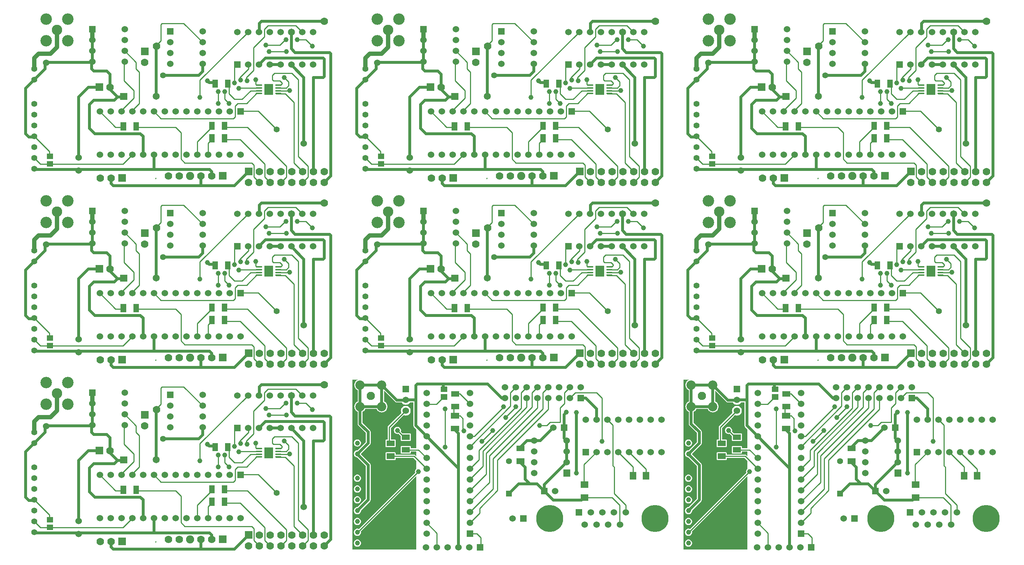
<source format=gbr>
G04 start of page 3 for group 1 idx 1 *
G04 Title: (unknown), solder *
G04 Creator: pcb 20091103 *
G04 CreationDate: Чтв 05 Янв 2012 09:41:11 UTC *
G04 For: aml *
G04 Format: Gerber/RS-274X *
G04 PCB-Dimensions: 948000 534000 *
G04 PCB-Coordinate-Origin: lower left *
%MOIN*%
%FSLAX25Y25*%
%LNBACK*%
%ADD11C,0.0200*%
%ADD12C,0.0100*%
%ADD13C,0.0250*%
%ADD14C,0.0400*%
%ADD15C,0.0600*%
%ADD16C,0.0650*%
%ADD17C,0.0700*%
%ADD18C,0.0560*%
%ADD19C,0.1060*%
%ADD20C,0.0960*%
%ADD21C,0.0750*%
%ADD22C,0.0860*%
%ADD23C,0.0760*%
%ADD24C,0.0460*%
%ADD25C,0.2500*%
%ADD26C,0.0550*%
%ADD27R,0.0512X0.0512*%
%ADD29R,0.0600X0.0600*%
%ADD30C,0.0280*%
%ADD31C,0.0300*%
%ADD32C,0.0380*%
%ADD33C,0.0500*%
%ADD34C,0.0350*%
%ADD35C,0.1250*%
%ADD36C,0.0450*%
%ADD37C,0.0130*%
%ADD38R,0.0800X0.0800*%
G54D11*G36*
X367066Y109690D02*X381189D01*
X384000Y106879D01*
Y99613D01*
X383879Y99528D01*
X383472Y99121D01*
X383142Y98650D01*
X382899Y98129D01*
X382750Y97573D01*
X382700Y97000D01*
X382750Y96427D01*
X382867Y95989D01*
X367066Y80188D01*
Y109690D01*
G37*
G36*
Y160750D02*X370426D01*
X370743Y160297D01*
X371297Y159743D01*
X371940Y159293D01*
X372651Y158961D01*
X373409Y158758D01*
X374190Y158690D01*
X374971Y158758D01*
X375729Y158961D01*
X376440Y159293D01*
X377083Y159743D01*
X377637Y160297D01*
X378087Y160940D01*
X381250D01*
Y139500D01*
X381259Y139397D01*
Y139305D01*
X381275Y139217D01*
X381284Y139109D01*
X381312Y139007D01*
X381327Y138919D01*
X381359Y138832D01*
X381386Y138730D01*
X381431Y138634D01*
X381461Y138550D01*
X381505Y138473D01*
X381551Y138375D01*
X381614Y138285D01*
X381657Y138210D01*
X381715Y138140D01*
X381776Y138054D01*
X381851Y137979D01*
X381909Y137910D01*
X384000Y135819D01*
Y118500D01*
X378921D01*
Y119559D01*
X378906Y119733D01*
X378861Y119901D01*
X378787Y120059D01*
X378687Y120202D01*
X378564Y120325D01*
X378421Y120425D01*
X378263Y120499D01*
X378095Y120544D01*
X377921Y120559D01*
X370441D01*
X370267Y120544D01*
X370099Y120499D01*
X369941Y120425D01*
X369798Y120325D01*
X369675Y120202D01*
X369575Y120059D01*
X369501Y119901D01*
X369456Y119733D01*
X369441Y119559D01*
Y114441D01*
X369456Y114267D01*
X369501Y114099D01*
X369575Y113941D01*
X369675Y113798D01*
X369798Y113675D01*
X369941Y113575D01*
X370099Y113501D01*
X370267Y113456D01*
X370441Y113441D01*
X377921D01*
X378095Y113456D01*
X378263Y113501D01*
X378421Y113575D01*
X378564Y113675D01*
X378687Y113798D01*
X378787Y113941D01*
X378861Y114099D01*
X378906Y114267D01*
X378921Y114441D01*
Y115500D01*
X384000D01*
Y111121D01*
X382871Y112250D01*
X382821Y112292D01*
X382774Y112339D01*
X382719Y112377D01*
X382671Y112418D01*
X382616Y112450D01*
X382560Y112489D01*
X382496Y112519D01*
X382444Y112549D01*
X382390Y112569D01*
X382323Y112600D01*
X382251Y112619D01*
X382199Y112638D01*
X382139Y112649D01*
X382070Y112667D01*
X382004Y112673D01*
X381941Y112684D01*
X381878D01*
X381810Y112690D01*
X367066D01*
Y131749D01*
X367073Y131750D01*
X367511Y131868D01*
X369441Y129938D01*
Y126251D01*
X369456Y126077D01*
X369501Y125909D01*
X369575Y125751D01*
X369675Y125608D01*
X369798Y125485D01*
X369941Y125385D01*
X370099Y125311D01*
X370267Y125266D01*
X370441Y125251D01*
X377921D01*
X378095Y125266D01*
X378263Y125311D01*
X378421Y125385D01*
X378564Y125485D01*
X378687Y125608D01*
X378787Y125751D01*
X378861Y125909D01*
X378906Y126077D01*
X378921Y126251D01*
Y131369D01*
X378906Y131543D01*
X378861Y131711D01*
X378787Y131869D01*
X378687Y132012D01*
X378564Y132135D01*
X378421Y132235D01*
X378263Y132309D01*
X378095Y132354D01*
X377921Y132369D01*
X371252D01*
X369632Y133989D01*
X369750Y134427D01*
X369800Y135000D01*
X369750Y135573D01*
X369601Y136129D01*
X369358Y136650D01*
X369028Y137121D01*
X368621Y137528D01*
X368150Y137858D01*
X367629Y138101D01*
X367073Y138250D01*
X367066Y138251D01*
Y143946D01*
X372262Y149142D01*
X372651Y148961D01*
X373409Y148758D01*
X374190Y148690D01*
X374971Y148758D01*
X375729Y148961D01*
X376440Y149293D01*
X377083Y149743D01*
X377637Y150297D01*
X378087Y150940D01*
X378419Y151651D01*
X378622Y152409D01*
X378690Y153190D01*
X378622Y153971D01*
X378419Y154729D01*
X378087Y155440D01*
X377637Y156083D01*
X377083Y156637D01*
X376440Y157087D01*
X375729Y157419D01*
X374971Y157622D01*
X374190Y157690D01*
X373409Y157622D01*
X372651Y157419D01*
X371940Y157087D01*
X371297Y156637D01*
X370743Y156083D01*
X370293Y155440D01*
X369961Y154729D01*
X369758Y153971D01*
X369690Y153190D01*
X369758Y152409D01*
X369961Y151651D01*
X370142Y151264D01*
X367066Y148188D01*
Y160750D01*
G37*
G36*
X329500Y57510D02*X330073Y57560D01*
X330629Y57709D01*
X331150Y57952D01*
X331621Y58282D01*
X332028Y58689D01*
X332358Y59160D01*
X332601Y59681D01*
X332750Y60237D01*
X332800Y60810D01*
X332790Y60920D01*
X341090Y69220D01*
X341091Y69219D01*
X341152Y69292D01*
X341224Y69364D01*
X341280Y69445D01*
X341343Y69519D01*
X341393Y69605D01*
X341449Y69685D01*
X341492Y69777D01*
X341539Y69859D01*
X341572Y69949D01*
X341614Y70040D01*
X341641Y70139D01*
X341673Y70228D01*
X341689Y70317D01*
X341716Y70419D01*
X341725Y70524D01*
X341741Y70614D01*
Y70707D01*
X341750Y70810D01*
Y103000D01*
X341741Y103103D01*
Y103197D01*
X341725Y103286D01*
X341716Y103391D01*
X341687Y103500D01*
X341672Y103583D01*
X341643Y103664D01*
X341614Y103770D01*
X341568Y103869D01*
X341538Y103951D01*
X341496Y104024D01*
X341449Y104125D01*
X341387Y104214D01*
X341342Y104291D01*
X341285Y104358D01*
X341224Y104446D01*
X341146Y104524D01*
X341090Y104591D01*
X332766Y112915D01*
X332800Y113310D01*
X332790Y113420D01*
X341090Y121720D01*
X341091Y121719D01*
X341152Y121792D01*
X341224Y121864D01*
X341280Y121945D01*
X341343Y122019D01*
X341393Y122105D01*
X341449Y122185D01*
X341492Y122277D01*
X341539Y122359D01*
X341572Y122449D01*
X341614Y122540D01*
X341641Y122639D01*
X341673Y122728D01*
X341689Y122817D01*
X341716Y122919D01*
X341725Y123024D01*
X341741Y123114D01*
Y123207D01*
X341750Y123310D01*
Y133500D01*
X341741Y133603D01*
Y133697D01*
X341725Y133786D01*
X341716Y133891D01*
X341687Y133998D01*
X341672Y134083D01*
X341643Y134162D01*
X341614Y134270D01*
X341567Y134370D01*
X341538Y134451D01*
X341496Y134524D01*
X341449Y134625D01*
X341387Y134714D01*
X341342Y134791D01*
X341285Y134858D01*
X341224Y134946D01*
X341146Y135024D01*
X341090Y135091D01*
X334250Y141931D01*
Y152224D01*
X334650Y152410D01*
X335407Y152940D01*
X336060Y153593D01*
X336590Y154350D01*
X336776Y154750D01*
X347224D01*
X347410Y154350D01*
X347940Y153593D01*
X348593Y152940D01*
X349350Y152410D01*
X350187Y152020D01*
X351080Y151781D01*
X352000Y151700D01*
X352920Y151781D01*
X353813Y152020D01*
X354650Y152410D01*
X355407Y152940D01*
X356060Y153593D01*
X356590Y154350D01*
X356980Y155187D01*
X357219Y156080D01*
X357300Y157000D01*
X357219Y157920D01*
X356980Y158813D01*
X356590Y159650D01*
X356060Y160407D01*
X355407Y161060D01*
X354650Y161590D01*
X354250Y161776D01*
Y171569D01*
X364410Y161409D01*
X364479Y161351D01*
X364554Y161276D01*
X364641Y161215D01*
X364710Y161157D01*
X364787Y161112D01*
X364875Y161051D01*
X364972Y161006D01*
X365050Y160961D01*
X365137Y160929D01*
X365230Y160886D01*
X365332Y160858D01*
X365419Y160827D01*
X365505Y160812D01*
X365609Y160784D01*
X365716Y160775D01*
X365805Y160759D01*
X365898D01*
X366000Y160750D01*
X367066D01*
Y148188D01*
X357939Y139061D01*
X357940Y139060D01*
X357903Y139016D01*
X357851Y138964D01*
X357809Y138904D01*
X357772Y138860D01*
X357743Y138811D01*
X357701Y138750D01*
X357671Y138685D01*
X357641Y138634D01*
X357621Y138578D01*
X357590Y138513D01*
X357570Y138439D01*
X357552Y138388D01*
X357543Y138334D01*
X357523Y138260D01*
X357516Y138184D01*
X357507Y138131D01*
Y138081D01*
X357500Y138000D01*
Y126559D01*
X356441D01*
X356267Y126544D01*
X356099Y126499D01*
X355941Y126425D01*
X355798Y126325D01*
X355675Y126202D01*
X355575Y126059D01*
X355501Y125901D01*
X355456Y125733D01*
X355441Y125559D01*
Y120441D01*
X355456Y120267D01*
X355501Y120099D01*
X355575Y119941D01*
X355675Y119798D01*
X355798Y119675D01*
X355941Y119575D01*
X356099Y119501D01*
X356267Y119456D01*
X356441Y119441D01*
X363921D01*
X364095Y119456D01*
X364263Y119501D01*
X364421Y119575D01*
X364564Y119675D01*
X364687Y119798D01*
X364787Y119941D01*
X364861Y120099D01*
X364906Y120267D01*
X364921Y120441D01*
Y125559D01*
X364906Y125733D01*
X364861Y125901D01*
X364787Y126059D01*
X364687Y126202D01*
X364564Y126325D01*
X364421Y126425D01*
X364263Y126499D01*
X364095Y126544D01*
X363921Y126559D01*
X360500D01*
Y137380D01*
X367066Y143946D01*
Y138251D01*
X366500Y138300D01*
X365927Y138250D01*
X365371Y138101D01*
X364850Y137858D01*
X364379Y137528D01*
X363972Y137121D01*
X363642Y136650D01*
X363399Y136129D01*
X363250Y135573D01*
X363200Y135000D01*
X363250Y134427D01*
X363399Y133871D01*
X363642Y133350D01*
X363972Y132879D01*
X364379Y132472D01*
X364850Y132142D01*
X365371Y131899D01*
X365927Y131750D01*
X366500Y131700D01*
X367066Y131749D01*
Y112690D01*
X364921D01*
Y113749D01*
X364906Y113923D01*
X364861Y114091D01*
X364787Y114249D01*
X364687Y114392D01*
X364564Y114515D01*
X364421Y114615D01*
X364263Y114689D01*
X364095Y114734D01*
X363921Y114749D01*
X356441D01*
X356267Y114734D01*
X356099Y114689D01*
X355941Y114615D01*
X355798Y114515D01*
X355675Y114392D01*
X355575Y114249D01*
X355501Y114091D01*
X355456Y113923D01*
X355441Y113749D01*
Y108631D01*
X355456Y108457D01*
X355501Y108289D01*
X355575Y108131D01*
X355675Y107988D01*
X355798Y107865D01*
X355941Y107765D01*
X356099Y107691D01*
X356267Y107646D01*
X356441Y107631D01*
X363921D01*
X364095Y107646D01*
X364263Y107691D01*
X364421Y107765D01*
X364564Y107865D01*
X364687Y107988D01*
X364787Y108131D01*
X364861Y108289D01*
X364906Y108457D01*
X364921Y108631D01*
Y109690D01*
X367066D01*
Y80188D01*
X330738Y43860D01*
X330629Y43911D01*
X330073Y44060D01*
X329500Y44110D01*
Y47510D01*
X330073Y47560D01*
X330629Y47709D01*
X331150Y47952D01*
X331621Y48282D01*
X332028Y48689D01*
X332358Y49160D01*
X332601Y49681D01*
X332750Y50237D01*
X332800Y50810D01*
X332750Y51383D01*
X332601Y51939D01*
X332358Y52460D01*
X332028Y52931D01*
X331621Y53338D01*
X331150Y53668D01*
X330629Y53911D01*
X330073Y54060D01*
X329500Y54110D01*
Y57510D01*
G37*
G36*
Y109819D02*X337250Y102069D01*
Y71742D01*
X329609Y64101D01*
X329500Y64110D01*
Y67510D01*
X330073Y67560D01*
X330629Y67709D01*
X331150Y67952D01*
X331621Y68282D01*
X332028Y68689D01*
X332358Y69160D01*
X332601Y69681D01*
X332750Y70237D01*
X332800Y70810D01*
X332750Y71383D01*
X332601Y71939D01*
X332358Y72460D01*
X332028Y72931D01*
X331621Y73338D01*
X331150Y73668D01*
X330629Y73911D01*
X330073Y74060D01*
X329500Y74110D01*
Y77510D01*
X330073Y77560D01*
X330629Y77709D01*
X331150Y77952D01*
X331621Y78282D01*
X332028Y78689D01*
X332358Y79160D01*
X332601Y79681D01*
X332750Y80237D01*
X332800Y80810D01*
X332750Y81383D01*
X332601Y81939D01*
X332358Y82460D01*
X332028Y82931D01*
X331621Y83338D01*
X331150Y83668D01*
X330629Y83911D01*
X330073Y84060D01*
X329500Y84110D01*
Y87510D01*
X330073Y87560D01*
X330629Y87709D01*
X331150Y87952D01*
X331621Y88282D01*
X332028Y88689D01*
X332358Y89160D01*
X332601Y89681D01*
X332750Y90237D01*
X332800Y90810D01*
X332750Y91383D01*
X332601Y91939D01*
X332358Y92460D01*
X332028Y92931D01*
X331621Y93338D01*
X331150Y93668D01*
X330629Y93911D01*
X330073Y94060D01*
X329500Y94110D01*
Y109819D01*
G37*
G36*
Y152340D02*X329750Y152224D01*
Y141000D01*
X329759Y140897D01*
Y140805D01*
X329775Y140717D01*
X329784Y140609D01*
X329812Y140507D01*
X329827Y140419D01*
X329859Y140330D01*
X329886Y140230D01*
X329930Y140135D01*
X329961Y140050D01*
X330005Y139973D01*
X330051Y139875D01*
X330112Y139788D01*
X330157Y139710D01*
X330215Y139640D01*
X330276Y139554D01*
X330351Y139479D01*
X330409Y139410D01*
X337250Y132569D01*
Y124242D01*
X329609Y116601D01*
X329500Y116610D01*
Y120010D01*
X330073Y120060D01*
X330629Y120209D01*
X331150Y120452D01*
X331621Y120782D01*
X332028Y121189D01*
X332358Y121660D01*
X332601Y122181D01*
X332750Y122737D01*
X332800Y123310D01*
X332750Y123883D01*
X332601Y124439D01*
X332358Y124960D01*
X332028Y125431D01*
X331621Y125838D01*
X331150Y126168D01*
X330629Y126411D01*
X330073Y126560D01*
X329500Y126610D01*
Y152340D01*
G37*
G36*
Y172340D02*X329750Y172224D01*
Y161776D01*
X329500Y161660D01*
Y172340D01*
G37*
G36*
Y182000D02*X330262D01*
X330187Y181980D01*
X329500Y181660D01*
Y182000D01*
G37*
G36*
X384000Y25000D02*X329500D01*
Y27510D01*
X330073Y27560D01*
X330629Y27709D01*
X331150Y27952D01*
X331621Y28282D01*
X332028Y28689D01*
X332358Y29160D01*
X332601Y29681D01*
X332750Y30237D01*
X332800Y30810D01*
X332750Y31383D01*
X332601Y31939D01*
X332358Y32460D01*
X332028Y32931D01*
X331621Y33338D01*
X331150Y33668D01*
X330629Y33911D01*
X330073Y34060D01*
X329500Y34110D01*
Y37510D01*
X330073Y37560D01*
X330629Y37709D01*
X331150Y37952D01*
X331621Y38282D01*
X332028Y38689D01*
X332358Y39160D01*
X332601Y39681D01*
X332750Y40237D01*
X332800Y40810D01*
X332750Y41383D01*
X332698Y41578D01*
X384000Y92880D01*
Y25000D01*
G37*
G36*
X329500D02*X325000D01*
Y182000D01*
X329500D01*
Y181660D01*
X329350Y181590D01*
X328593Y181060D01*
X327940Y180407D01*
X327410Y179650D01*
X327020Y178813D01*
X326781Y177920D01*
X326700Y177000D01*
X326781Y176080D01*
X327020Y175187D01*
X327410Y174350D01*
X327940Y173593D01*
X328593Y172940D01*
X329350Y172410D01*
X329500Y172340D01*
Y161660D01*
X329350Y161590D01*
X328593Y161060D01*
X327940Y160407D01*
X327410Y159650D01*
X327020Y158813D01*
X326781Y157920D01*
X326700Y157000D01*
X326781Y156080D01*
X327020Y155187D01*
X327410Y154350D01*
X327940Y153593D01*
X328593Y152940D01*
X329350Y152410D01*
X329500Y152340D01*
Y126610D01*
X328927Y126560D01*
X328371Y126411D01*
X327850Y126168D01*
X327379Y125838D01*
X326972Y125431D01*
X326642Y124960D01*
X326399Y124439D01*
X326250Y123883D01*
X326200Y123310D01*
X326250Y122737D01*
X326399Y122181D01*
X326642Y121660D01*
X326972Y121189D01*
X327379Y120782D01*
X327850Y120452D01*
X328371Y120209D01*
X328927Y120060D01*
X329500Y120010D01*
Y116610D01*
X328927Y116560D01*
X328371Y116411D01*
X327850Y116168D01*
X327379Y115838D01*
X326972Y115431D01*
X326642Y114960D01*
X326399Y114439D01*
X326250Y113883D01*
X326200Y113310D01*
X326250Y112737D01*
X326399Y112181D01*
X326642Y111660D01*
X326972Y111189D01*
X327379Y110782D01*
X327850Y110452D01*
X328371Y110209D01*
X328927Y110060D01*
X329291Y110028D01*
X329500Y109819D01*
Y94110D01*
X328927Y94060D01*
X328371Y93911D01*
X327850Y93668D01*
X327379Y93338D01*
X326972Y92931D01*
X326642Y92460D01*
X326399Y91939D01*
X326250Y91383D01*
X326200Y90810D01*
X326250Y90237D01*
X326399Y89681D01*
X326642Y89160D01*
X326972Y88689D01*
X327379Y88282D01*
X327850Y87952D01*
X328371Y87709D01*
X328927Y87560D01*
X329500Y87510D01*
Y84110D01*
X328927Y84060D01*
X328371Y83911D01*
X327850Y83668D01*
X327379Y83338D01*
X326972Y82931D01*
X326642Y82460D01*
X326399Y81939D01*
X326250Y81383D01*
X326200Y80810D01*
X326250Y80237D01*
X326399Y79681D01*
X326642Y79160D01*
X326972Y78689D01*
X327379Y78282D01*
X327850Y77952D01*
X328371Y77709D01*
X328927Y77560D01*
X329500Y77510D01*
Y74110D01*
X328927Y74060D01*
X328371Y73911D01*
X327850Y73668D01*
X327379Y73338D01*
X326972Y72931D01*
X326642Y72460D01*
X326399Y71939D01*
X326250Y71383D01*
X326200Y70810D01*
X326250Y70237D01*
X326399Y69681D01*
X326642Y69160D01*
X326972Y68689D01*
X327379Y68282D01*
X327850Y67952D01*
X328371Y67709D01*
X328927Y67560D01*
X329500Y67510D01*
Y64110D01*
X328927Y64060D01*
X328371Y63911D01*
X327850Y63668D01*
X327379Y63338D01*
X326972Y62931D01*
X326642Y62460D01*
X326399Y61939D01*
X326250Y61383D01*
X326200Y60810D01*
X326250Y60237D01*
X326399Y59681D01*
X326642Y59160D01*
X326972Y58689D01*
X327379Y58282D01*
X327850Y57952D01*
X328371Y57709D01*
X328927Y57560D01*
X329500Y57510D01*
Y54110D01*
X328927Y54060D01*
X328371Y53911D01*
X327850Y53668D01*
X327379Y53338D01*
X326972Y52931D01*
X326642Y52460D01*
X326399Y51939D01*
X326250Y51383D01*
X326200Y50810D01*
X326250Y50237D01*
X326399Y49681D01*
X326642Y49160D01*
X326972Y48689D01*
X327379Y48282D01*
X327850Y47952D01*
X328371Y47709D01*
X328927Y47560D01*
X329500Y47510D01*
Y44110D01*
X328927Y44060D01*
X328371Y43911D01*
X327850Y43668D01*
X327379Y43338D01*
X326972Y42931D01*
X326642Y42460D01*
X326399Y41939D01*
X326250Y41383D01*
X326200Y40810D01*
X326250Y40237D01*
X326399Y39681D01*
X326642Y39160D01*
X326972Y38689D01*
X327379Y38282D01*
X327850Y37952D01*
X328371Y37709D01*
X328927Y37560D01*
X329500Y37510D01*
Y34110D01*
X328927Y34060D01*
X328371Y33911D01*
X327850Y33668D01*
X327379Y33338D01*
X326972Y32931D01*
X326642Y32460D01*
X326399Y31939D01*
X326250Y31383D01*
X326200Y30810D01*
X326250Y30237D01*
X326399Y29681D01*
X326642Y29160D01*
X326972Y28689D01*
X327379Y28282D01*
X327850Y27952D01*
X328371Y27709D01*
X328927Y27560D01*
X329500Y27510D01*
Y25000D01*
G37*
G36*
X677061Y109690D02*X687189D01*
X690000Y106879D01*
Y99613D01*
X689879Y99528D01*
X689472Y99121D01*
X689142Y98650D01*
X688899Y98129D01*
X688750Y97573D01*
X688700Y97000D01*
X688750Y96427D01*
X688867Y95989D01*
X677061Y84183D01*
Y109690D01*
G37*
G36*
Y113441D02*X683921D01*
X684095Y113456D01*
X684263Y113501D01*
X684421Y113575D01*
X684564Y113675D01*
X684687Y113798D01*
X684787Y113941D01*
X684861Y114099D01*
X684906Y114267D01*
X684921Y114441D01*
Y115500D01*
X690000D01*
Y111121D01*
X688871Y112250D01*
X688821Y112292D01*
X688774Y112339D01*
X688719Y112377D01*
X688671Y112418D01*
X688616Y112450D01*
X688560Y112489D01*
X688496Y112519D01*
X688444Y112549D01*
X688390Y112569D01*
X688323Y112600D01*
X688251Y112619D01*
X688199Y112638D01*
X688139Y112649D01*
X688070Y112667D01*
X688004Y112673D01*
X687941Y112684D01*
X687878D01*
X687810Y112690D01*
X677061D01*
Y113441D01*
G37*
G36*
Y159979D02*X677297Y159743D01*
X677940Y159293D01*
X678651Y158961D01*
X679409Y158758D01*
X680190Y158690D01*
X680971Y158758D01*
X681729Y158961D01*
X682440Y159293D01*
X683083Y159743D01*
X683637Y160297D01*
X684087Y160940D01*
X687250D01*
Y139500D01*
X687259Y139397D01*
Y139305D01*
X687275Y139217D01*
X687284Y139109D01*
X687312Y139007D01*
X687327Y138919D01*
X687359Y138830D01*
X687386Y138730D01*
X687430Y138635D01*
X687461Y138550D01*
X687505Y138473D01*
X687551Y138375D01*
X687612Y138288D01*
X687657Y138210D01*
X687715Y138140D01*
X687776Y138054D01*
X687851Y137979D01*
X687909Y137910D01*
X690000Y135819D01*
Y118500D01*
X684921D01*
Y119559D01*
X684906Y119733D01*
X684861Y119901D01*
X684787Y120059D01*
X684687Y120202D01*
X684564Y120325D01*
X684421Y120425D01*
X684263Y120499D01*
X684095Y120544D01*
X683921Y120559D01*
X677061D01*
Y125251D01*
X683921D01*
X684095Y125266D01*
X684263Y125311D01*
X684421Y125385D01*
X684564Y125485D01*
X684687Y125608D01*
X684787Y125751D01*
X684861Y125909D01*
X684906Y126077D01*
X684921Y126251D01*
Y131369D01*
X684906Y131543D01*
X684861Y131711D01*
X684787Y131869D01*
X684687Y132012D01*
X684564Y132135D01*
X684421Y132235D01*
X684263Y132309D01*
X684095Y132354D01*
X683921Y132369D01*
X677252D01*
X677061Y132560D01*
Y147941D01*
X678262Y149142D01*
X678651Y148961D01*
X679409Y148758D01*
X680190Y148690D01*
X680971Y148758D01*
X681729Y148961D01*
X682440Y149293D01*
X683083Y149743D01*
X683637Y150297D01*
X684087Y150940D01*
X684419Y151651D01*
X684622Y152409D01*
X684690Y153190D01*
X684622Y153971D01*
X684419Y154729D01*
X684087Y155440D01*
X683637Y156083D01*
X683083Y156637D01*
X682440Y157087D01*
X681729Y157419D01*
X680971Y157622D01*
X680190Y157690D01*
X679409Y157622D01*
X678651Y157419D01*
X677940Y157087D01*
X677297Y156637D01*
X677061Y156401D01*
Y159979D01*
G37*
G36*
X690000Y25000D02*X677061D01*
Y79941D01*
X690000Y92880D01*
Y25000D01*
G37*
G36*
X635500Y57510D02*X636073Y57560D01*
X636629Y57709D01*
X637150Y57952D01*
X637621Y58282D01*
X638028Y58689D01*
X638358Y59160D01*
X638601Y59681D01*
X638750Y60237D01*
X638800Y60810D01*
X638790Y60920D01*
X647090Y69220D01*
X647091Y69219D01*
X647152Y69292D01*
X647224Y69364D01*
X647280Y69445D01*
X647343Y69519D01*
X647393Y69605D01*
X647449Y69685D01*
X647492Y69777D01*
X647539Y69859D01*
X647572Y69949D01*
X647614Y70040D01*
X647641Y70139D01*
X647673Y70228D01*
X647689Y70317D01*
X647716Y70419D01*
X647725Y70524D01*
X647741Y70614D01*
Y70707D01*
X647750Y70810D01*
Y103000D01*
X647741Y103103D01*
Y103197D01*
X647725Y103286D01*
X647716Y103391D01*
X647687Y103500D01*
X647672Y103583D01*
X647643Y103664D01*
X647614Y103770D01*
X647568Y103869D01*
X647538Y103951D01*
X647496Y104024D01*
X647449Y104125D01*
X647387Y104214D01*
X647342Y104291D01*
X647285Y104358D01*
X647224Y104446D01*
X647146Y104524D01*
X647090Y104591D01*
X638766Y112915D01*
X638800Y113310D01*
X638790Y113420D01*
X647090Y121720D01*
X647091Y121719D01*
X647152Y121792D01*
X647224Y121864D01*
X647280Y121945D01*
X647343Y122019D01*
X647393Y122105D01*
X647449Y122185D01*
X647492Y122277D01*
X647539Y122359D01*
X647572Y122449D01*
X647614Y122540D01*
X647641Y122639D01*
X647673Y122728D01*
X647689Y122817D01*
X647716Y122919D01*
X647725Y123024D01*
X647741Y123114D01*
Y123207D01*
X647750Y123310D01*
Y133500D01*
X647741Y133603D01*
Y133697D01*
X647725Y133786D01*
X647716Y133891D01*
X647687Y133998D01*
X647672Y134083D01*
X647643Y134162D01*
X647614Y134270D01*
X647567Y134370D01*
X647538Y134451D01*
X647496Y134524D01*
X647449Y134625D01*
X647387Y134714D01*
X647342Y134791D01*
X647285Y134858D01*
X647224Y134946D01*
X647146Y135024D01*
X647090Y135091D01*
X640250Y141931D01*
Y152224D01*
X640650Y152410D01*
X641407Y152940D01*
X642060Y153593D01*
X642590Y154350D01*
X642776Y154750D01*
X653224D01*
X653410Y154350D01*
X653940Y153593D01*
X654593Y152940D01*
X655350Y152410D01*
X656187Y152020D01*
X657080Y151781D01*
X658000Y151700D01*
X658920Y151781D01*
X659813Y152020D01*
X660650Y152410D01*
X661407Y152940D01*
X662060Y153593D01*
X662590Y154350D01*
X662980Y155187D01*
X663219Y156080D01*
X663300Y157000D01*
X663219Y157920D01*
X662980Y158813D01*
X662590Y159650D01*
X662060Y160407D01*
X661407Y161060D01*
X660650Y161590D01*
X660250Y161776D01*
Y171569D01*
X670410Y161409D01*
X670479Y161351D01*
X670554Y161276D01*
X670641Y161215D01*
X670710Y161157D01*
X670787Y161112D01*
X670875Y161051D01*
X670972Y161006D01*
X671050Y160961D01*
X671137Y160929D01*
X671230Y160886D01*
X671332Y160858D01*
X671419Y160827D01*
X671503Y160812D01*
X671609Y160784D01*
X671716Y160775D01*
X671805Y160759D01*
X671898D01*
X672000Y160750D01*
X676426D01*
X676743Y160297D01*
X677061Y159979D01*
Y156401D01*
X676743Y156083D01*
X676293Y155440D01*
X675961Y154729D01*
X675758Y153971D01*
X675690Y153190D01*
X675758Y152409D01*
X675961Y151651D01*
X676142Y151264D01*
X663939Y139061D01*
X663940Y139060D01*
X663903Y139016D01*
X663851Y138964D01*
X663809Y138904D01*
X663772Y138860D01*
X663743Y138811D01*
X663701Y138750D01*
X663671Y138685D01*
X663641Y138634D01*
X663621Y138578D01*
X663590Y138513D01*
X663570Y138439D01*
X663552Y138388D01*
X663543Y138334D01*
X663523Y138260D01*
X663516Y138184D01*
X663507Y138131D01*
Y138081D01*
X663500Y138000D01*
Y126559D01*
X662441D01*
X662267Y126544D01*
X662099Y126499D01*
X661941Y126425D01*
X661798Y126325D01*
X661675Y126202D01*
X661575Y126059D01*
X661501Y125901D01*
X661456Y125733D01*
X661441Y125559D01*
Y120441D01*
X661456Y120267D01*
X661501Y120099D01*
X661575Y119941D01*
X661675Y119798D01*
X661798Y119675D01*
X661941Y119575D01*
X662099Y119501D01*
X662267Y119456D01*
X662441Y119441D01*
X669921D01*
X670095Y119456D01*
X670263Y119501D01*
X670421Y119575D01*
X670564Y119675D01*
X670687Y119798D01*
X670787Y119941D01*
X670861Y120099D01*
X670906Y120267D01*
X670921Y120441D01*
Y125559D01*
X670906Y125733D01*
X670861Y125901D01*
X670787Y126059D01*
X670687Y126202D01*
X670564Y126325D01*
X670421Y126425D01*
X670263Y126499D01*
X670095Y126544D01*
X669921Y126559D01*
X666500D01*
Y137380D01*
X677061Y147941D01*
Y132560D01*
X675632Y133989D01*
X675750Y134427D01*
X675800Y135000D01*
X675750Y135573D01*
X675601Y136129D01*
X675358Y136650D01*
X675028Y137121D01*
X674621Y137528D01*
X674150Y137858D01*
X673629Y138101D01*
X673073Y138250D01*
X672500Y138300D01*
X671927Y138250D01*
X671371Y138101D01*
X670850Y137858D01*
X670379Y137528D01*
X669972Y137121D01*
X669642Y136650D01*
X669399Y136129D01*
X669250Y135573D01*
X669200Y135000D01*
X669250Y134427D01*
X669399Y133871D01*
X669642Y133350D01*
X669972Y132879D01*
X670379Y132472D01*
X670850Y132142D01*
X671371Y131899D01*
X671927Y131750D01*
X672500Y131700D01*
X673073Y131750D01*
X673511Y131868D01*
X675441Y129938D01*
Y126251D01*
X675456Y126077D01*
X675501Y125909D01*
X675575Y125751D01*
X675675Y125608D01*
X675798Y125485D01*
X675941Y125385D01*
X676099Y125311D01*
X676267Y125266D01*
X676441Y125251D01*
X677061D01*
Y120559D01*
X676441D01*
X676267Y120544D01*
X676099Y120499D01*
X675941Y120425D01*
X675798Y120325D01*
X675675Y120202D01*
X675575Y120059D01*
X675501Y119901D01*
X675456Y119733D01*
X675441Y119559D01*
Y114441D01*
X675456Y114267D01*
X675501Y114099D01*
X675575Y113941D01*
X675675Y113798D01*
X675798Y113675D01*
X675941Y113575D01*
X676099Y113501D01*
X676267Y113456D01*
X676441Y113441D01*
X677061D01*
Y112690D01*
X670921D01*
Y113749D01*
X670906Y113923D01*
X670861Y114091D01*
X670787Y114249D01*
X670687Y114392D01*
X670564Y114515D01*
X670421Y114615D01*
X670263Y114689D01*
X670095Y114734D01*
X669921Y114749D01*
X662441D01*
X662267Y114734D01*
X662099Y114689D01*
X661941Y114615D01*
X661798Y114515D01*
X661675Y114392D01*
X661575Y114249D01*
X661501Y114091D01*
X661456Y113923D01*
X661441Y113749D01*
Y108631D01*
X661456Y108457D01*
X661501Y108289D01*
X661575Y108131D01*
X661675Y107988D01*
X661798Y107865D01*
X661941Y107765D01*
X662099Y107691D01*
X662267Y107646D01*
X662441Y107631D01*
X669921D01*
X670095Y107646D01*
X670263Y107691D01*
X670421Y107765D01*
X670564Y107865D01*
X670687Y107988D01*
X670787Y108131D01*
X670861Y108289D01*
X670906Y108457D01*
X670921Y108631D01*
Y109690D01*
X677061D01*
Y84183D01*
X636738Y43860D01*
X636629Y43911D01*
X636073Y44060D01*
X635500Y44110D01*
Y47510D01*
X636073Y47560D01*
X636629Y47709D01*
X637150Y47952D01*
X637621Y48282D01*
X638028Y48689D01*
X638358Y49160D01*
X638601Y49681D01*
X638750Y50237D01*
X638800Y50810D01*
X638750Y51383D01*
X638601Y51939D01*
X638358Y52460D01*
X638028Y52931D01*
X637621Y53338D01*
X637150Y53668D01*
X636629Y53911D01*
X636073Y54060D01*
X635500Y54110D01*
Y57510D01*
G37*
G36*
Y109819D02*X643250Y102069D01*
Y71742D01*
X635609Y64101D01*
X635500Y64110D01*
Y67510D01*
X636073Y67560D01*
X636629Y67709D01*
X637150Y67952D01*
X637621Y68282D01*
X638028Y68689D01*
X638358Y69160D01*
X638601Y69681D01*
X638750Y70237D01*
X638800Y70810D01*
X638750Y71383D01*
X638601Y71939D01*
X638358Y72460D01*
X638028Y72931D01*
X637621Y73338D01*
X637150Y73668D01*
X636629Y73911D01*
X636073Y74060D01*
X635500Y74110D01*
Y77510D01*
X636073Y77560D01*
X636629Y77709D01*
X637150Y77952D01*
X637621Y78282D01*
X638028Y78689D01*
X638358Y79160D01*
X638601Y79681D01*
X638750Y80237D01*
X638800Y80810D01*
X638750Y81383D01*
X638601Y81939D01*
X638358Y82460D01*
X638028Y82931D01*
X637621Y83338D01*
X637150Y83668D01*
X636629Y83911D01*
X636073Y84060D01*
X635500Y84110D01*
Y87510D01*
X636073Y87560D01*
X636629Y87709D01*
X637150Y87952D01*
X637621Y88282D01*
X638028Y88689D01*
X638358Y89160D01*
X638601Y89681D01*
X638750Y90237D01*
X638800Y90810D01*
X638750Y91383D01*
X638601Y91939D01*
X638358Y92460D01*
X638028Y92931D01*
X637621Y93338D01*
X637150Y93668D01*
X636629Y93911D01*
X636073Y94060D01*
X635500Y94110D01*
Y109819D01*
G37*
G36*
Y152340D02*X635750Y152224D01*
Y141000D01*
X635759Y140898D01*
Y140805D01*
X635775Y140716D01*
X635784Y140609D01*
X635812Y140504D01*
X635827Y140419D01*
X635858Y140332D01*
X635886Y140230D01*
X635929Y140137D01*
X635961Y140050D01*
X636006Y139972D01*
X636051Y139875D01*
X636112Y139787D01*
X636157Y139710D01*
X636215Y139641D01*
X636276Y139554D01*
X636351Y139479D01*
X636409Y139410D01*
X643250Y132569D01*
Y124242D01*
X635609Y116601D01*
X635500Y116610D01*
Y120010D01*
X636073Y120060D01*
X636629Y120209D01*
X637150Y120452D01*
X637621Y120782D01*
X638028Y121189D01*
X638358Y121660D01*
X638601Y122181D01*
X638750Y122737D01*
X638800Y123310D01*
X638750Y123883D01*
X638601Y124439D01*
X638358Y124960D01*
X638028Y125431D01*
X637621Y125838D01*
X637150Y126168D01*
X636629Y126411D01*
X636073Y126560D01*
X635500Y126610D01*
Y152340D01*
G37*
G36*
Y172340D02*X635750Y172224D01*
Y161776D01*
X635500Y161660D01*
Y172340D01*
G37*
G36*
Y182000D02*X636262D01*
X636187Y181980D01*
X635500Y181660D01*
Y182000D01*
G37*
G36*
X677061Y25000D02*X635500D01*
Y27510D01*
X636073Y27560D01*
X636629Y27709D01*
X637150Y27952D01*
X637621Y28282D01*
X638028Y28689D01*
X638358Y29160D01*
X638601Y29681D01*
X638750Y30237D01*
X638800Y30810D01*
X638750Y31383D01*
X638601Y31939D01*
X638358Y32460D01*
X638028Y32931D01*
X637621Y33338D01*
X637150Y33668D01*
X636629Y33911D01*
X636073Y34060D01*
X635500Y34110D01*
Y37510D01*
X636073Y37560D01*
X636629Y37709D01*
X637150Y37952D01*
X637621Y38282D01*
X638028Y38689D01*
X638358Y39160D01*
X638601Y39681D01*
X638750Y40237D01*
X638800Y40810D01*
X638750Y41383D01*
X638698Y41578D01*
X677061Y79941D01*
Y25000D01*
G37*
G36*
X635500D02*X631000D01*
Y182000D01*
X635500D01*
Y181660D01*
X635350Y181590D01*
X634593Y181060D01*
X633940Y180407D01*
X633410Y179650D01*
X633020Y178813D01*
X632781Y177920D01*
X632700Y177000D01*
X632781Y176080D01*
X633020Y175187D01*
X633410Y174350D01*
X633940Y173593D01*
X634593Y172940D01*
X635350Y172410D01*
X635500Y172340D01*
Y161660D01*
X635350Y161590D01*
X634593Y161060D01*
X633940Y160407D01*
X633410Y159650D01*
X633020Y158813D01*
X632781Y157920D01*
X632700Y157000D01*
X632781Y156080D01*
X633020Y155187D01*
X633410Y154350D01*
X633940Y153593D01*
X634593Y152940D01*
X635350Y152410D01*
X635500Y152340D01*
Y126610D01*
X634927Y126560D01*
X634371Y126411D01*
X633850Y126168D01*
X633379Y125838D01*
X632972Y125431D01*
X632642Y124960D01*
X632399Y124439D01*
X632250Y123883D01*
X632200Y123310D01*
X632250Y122737D01*
X632399Y122181D01*
X632642Y121660D01*
X632972Y121189D01*
X633379Y120782D01*
X633850Y120452D01*
X634371Y120209D01*
X634927Y120060D01*
X635500Y120010D01*
Y116610D01*
X634927Y116560D01*
X634371Y116411D01*
X633850Y116168D01*
X633379Y115838D01*
X632972Y115431D01*
X632642Y114960D01*
X632399Y114439D01*
X632250Y113883D01*
X632200Y113310D01*
X632250Y112737D01*
X632399Y112181D01*
X632642Y111660D01*
X632972Y111189D01*
X633379Y110782D01*
X633850Y110452D01*
X634371Y110209D01*
X634927Y110060D01*
X635291Y110028D01*
X635500Y109819D01*
Y94110D01*
X634927Y94060D01*
X634371Y93911D01*
X633850Y93668D01*
X633379Y93338D01*
X632972Y92931D01*
X632642Y92460D01*
X632399Y91939D01*
X632250Y91383D01*
X632200Y90810D01*
X632250Y90237D01*
X632399Y89681D01*
X632642Y89160D01*
X632972Y88689D01*
X633379Y88282D01*
X633850Y87952D01*
X634371Y87709D01*
X634927Y87560D01*
X635500Y87510D01*
Y84110D01*
X634927Y84060D01*
X634371Y83911D01*
X633850Y83668D01*
X633379Y83338D01*
X632972Y82931D01*
X632642Y82460D01*
X632399Y81939D01*
X632250Y81383D01*
X632200Y80810D01*
X632250Y80237D01*
X632399Y79681D01*
X632642Y79160D01*
X632972Y78689D01*
X633379Y78282D01*
X633850Y77952D01*
X634371Y77709D01*
X634927Y77560D01*
X635500Y77510D01*
Y74110D01*
X634927Y74060D01*
X634371Y73911D01*
X633850Y73668D01*
X633379Y73338D01*
X632972Y72931D01*
X632642Y72460D01*
X632399Y71939D01*
X632250Y71383D01*
X632200Y70810D01*
X632250Y70237D01*
X632399Y69681D01*
X632642Y69160D01*
X632972Y68689D01*
X633379Y68282D01*
X633850Y67952D01*
X634371Y67709D01*
X634927Y67560D01*
X635500Y67510D01*
Y64110D01*
X634927Y64060D01*
X634371Y63911D01*
X633850Y63668D01*
X633379Y63338D01*
X632972Y62931D01*
X632642Y62460D01*
X632399Y61939D01*
X632250Y61383D01*
X632200Y60810D01*
X632250Y60237D01*
X632399Y59681D01*
X632642Y59160D01*
X632972Y58689D01*
X633379Y58282D01*
X633850Y57952D01*
X634371Y57709D01*
X634927Y57560D01*
X635500Y57510D01*
Y54110D01*
X634927Y54060D01*
X634371Y53911D01*
X633850Y53668D01*
X633379Y53338D01*
X632972Y52931D01*
X632642Y52460D01*
X632399Y51939D01*
X632250Y51383D01*
X632200Y50810D01*
X632250Y50237D01*
X632399Y49681D01*
X632642Y49160D01*
X632972Y48689D01*
X633379Y48282D01*
X633850Y47952D01*
X634371Y47709D01*
X634927Y47560D01*
X635500Y47510D01*
Y44110D01*
X634927Y44060D01*
X634371Y43911D01*
X633850Y43668D01*
X633379Y43338D01*
X632972Y42931D01*
X632642Y42460D01*
X632399Y41939D01*
X632250Y41383D01*
X632200Y40810D01*
X632250Y40237D01*
X632399Y39681D01*
X632642Y39160D01*
X632972Y38689D01*
X633379Y38282D01*
X633850Y37952D01*
X634371Y37709D01*
X634927Y37560D01*
X635500Y37510D01*
Y34110D01*
X634927Y34060D01*
X634371Y33911D01*
X633850Y33668D01*
X633379Y33338D01*
X632972Y32931D01*
X632642Y32460D01*
X632399Y31939D01*
X632250Y31383D01*
X632200Y30810D01*
X632250Y30237D01*
X632399Y29681D01*
X632642Y29160D01*
X632972Y28689D01*
X633379Y28282D01*
X633850Y27952D01*
X634371Y27709D01*
X634927Y27560D01*
X635500Y27510D01*
Y25000D01*
G37*
G54D14*X52000Y489300D02*Y505300D01*
X46000Y483300D02*X52000Y489300D01*
X84500Y495800D02*Y505800D01*
G54D12*X84000Y495300D02*X84500Y495800D01*
G54D13*X128000Y409300D02*X87000D01*
G54D12*X125362Y415300D02*X125000Y414938D01*
X106000Y415300D02*X112828D01*
X113190Y414938D01*
G54D13*X87000Y409300D02*X82000Y414300D01*
G54D12*X45000Y392800D02*X31000Y406800D01*
X36500Y381300D02*X113000D01*
G54D13*X193000Y376300D02*X31500D01*
G54D12*X45000Y388386D02*Y392800D01*
X36500Y381300D02*X31000Y386800D01*
G54D13*X31500D01*
Y376300D02*X31000Y376800D01*
X26000Y406300D02*X30500D01*
X31000Y406800D01*
X23000Y409300D02*X26000Y406300D01*
G54D12*X184000Y444300D02*Y458800D01*
X169000Y343300D02*X186500Y325800D01*
X149000Y343300D02*X169000D01*
X148000Y327300D02*Y342300D01*
X149000Y343300D01*
G54D13*X82000Y436300D02*X86000Y440300D01*
X81000Y452300D02*X72000Y443300D01*
X101000Y464300D02*Y450300D01*
X98000Y467300D02*X86000D01*
X101000Y464300D02*X98000Y467300D01*
X91000Y452300D02*X81000D01*
X86000Y440300D02*X105000D01*
X82000Y414300D02*Y436300D01*
G54D12*X106000Y415300D02*X91500Y429800D01*
G54D13*X72000Y443300D02*Y386300D01*
G54D14*X84500Y327800D02*Y337800D01*
G54D12*X84000Y327300D02*X84500Y327800D01*
X121500Y430800D02*X128000Y437300D01*
X121500Y429800D02*Y430800D01*
X111500D02*X123000Y442300D01*
X111500Y429800D02*Y430800D01*
G54D13*X113000Y443300D02*X113500Y443800D01*
X108000Y443300D02*X113000D01*
X105000Y440300D02*X108000Y443300D01*
X101000Y450300D02*X108000Y443300D01*
X84500Y475800D02*Y495800D01*
X42500Y475300D02*X84000D01*
Y469300D02*Y475300D01*
X86000Y467300D02*X84000Y469300D01*
Y475300D02*X84500Y475800D01*
G54D14*X35000Y483300D02*X46000D01*
X31000Y479300D02*X35000Y483300D01*
X31000Y469300D02*Y479300D01*
G54D13*X41000Y474300D02*X42000Y475300D01*
X41000Y469300D02*Y474300D01*
X23000Y451300D02*X41000Y469300D01*
X23000Y451300D02*Y409300D01*
G54D12*X251000Y463300D02*Y459300D01*
X252000Y458300D01*
X253000Y465300D02*X251000Y463300D01*
X260000Y456300D02*Y455477D01*
G54D13*X248500Y473300D02*X258500D01*
G54D12*X263779Y451579D02*X266000Y453800D01*
X263000Y446300D02*X254217D01*
X254055Y446462D01*
X258661Y449021D02*X265721D01*
X267000Y450300D01*
X227000Y461300D02*X233500Y467800D01*
X227000Y458300D02*Y461300D01*
X230721Y449021D02*X223000Y441300D01*
X236339Y449021D02*X230721D01*
X227177Y437300D02*X236339Y446462D01*
X229000Y472800D02*X228500Y473300D01*
X269000Y465300D02*X275000Y459300D01*
G54D13*X298000Y479300D02*X244500D01*
X268500Y472800D02*X280000Y461300D01*
G54D12*X253000Y465300D02*X269000D01*
X272500Y509300D02*X278500Y503300D01*
X247000Y509300D02*X272500D01*
X243500Y505800D02*X247000Y509300D01*
X243500Y498800D02*Y505800D01*
G54D13*X241000Y513300D02*X239000Y511300D01*
G54D12*X233500Y488800D02*X243500Y498800D01*
X245000Y491300D02*X258000D01*
X216000Y470800D02*X218500Y473300D01*
X216000Y456300D02*Y470800D01*
X233500Y467800D02*Y488800D01*
G54D13*X244500Y479300D02*X238500Y473300D01*
G54D12*X258000Y491300D02*X263000Y496300D01*
X248000Y485300D02*X264000D01*
G54D13*X268500Y487800D02*X272000Y484300D01*
X268500Y503300D02*Y487800D01*
Y473300D02*Y472800D01*
X218000Y503800D02*X218500Y503300D01*
X305000Y370300D02*X299000Y364300D01*
X305000Y483300D02*Y370300D01*
G54D12*X271000Y434300D02*Y438300D01*
X263000Y446300D01*
X255000Y413300D02*X238000Y430300D01*
X260000Y455477D02*X258661Y454138D01*
X235500Y459800D02*Y454977D01*
X229000Y469300D02*Y472800D01*
X262000Y461300D02*X266000Y457300D01*
X169000Y511300D02*X186500Y493800D01*
X149000Y511300D02*X169000D01*
X148000Y495300D02*Y510300D01*
X144000Y491300D02*X148000Y495300D01*
X144000Y490300D02*Y491300D01*
X148000Y510300D02*X149000Y511300D01*
G54D13*X185000Y370300D02*Y361300D01*
G54D12*X170000Y382300D02*X232000D01*
G54D13*X216000Y361300D02*X229000Y374300D01*
X195000D02*Y370300D01*
X193000Y376300D02*X195000Y374300D01*
G54D12*X181500Y389800D02*Y401800D01*
Y389800D02*Y392248D01*
X191500Y389800D02*Y400438D01*
X215000Y423300D02*X148000D01*
X206810Y415300D02*X228000D01*
X181500Y401800D02*X195000Y415300D01*
X191500Y400438D02*X195000Y403938D01*
X125000Y475300D02*X114500Y485800D01*
X125000Y469300D02*Y475300D01*
X128000Y466300D02*X125000Y469300D01*
X128000Y437300D02*Y466300D01*
X123000Y442300D02*Y449300D01*
X114000Y475300D02*X114500Y475800D01*
X114000Y458300D02*Y475300D01*
X123000Y449300D02*X114000Y458300D01*
X148000Y423300D02*X141500Y429800D01*
X166500Y410300D02*X161500Y415300D01*
X125362D01*
G54D13*X143500Y443800D02*Y489800D01*
X192638Y456662D02*X191000Y458300D01*
X198000Y456662D02*X192638D01*
G54D12*X201000Y437300D02*Y448300D01*
X211000Y453938D02*X210000Y454938D01*
X216500Y434800D02*Y424800D01*
G54D13*X183000Y463300D02*X150000D01*
X186500Y466800D02*X183000Y463300D01*
X186500Y473800D02*Y466800D01*
G54D12*X220279Y451579D02*X220000Y451300D01*
X221000Y461300D02*X229000Y469300D01*
X221000Y458300D02*Y461300D01*
X184000Y458800D02*X228500Y503300D01*
X170000Y382300D02*X166500Y385800D01*
Y410300D01*
G54D13*X102000Y363300D02*X104000Y361300D01*
X102000Y368300D02*Y363300D01*
X104000Y361300D02*X216000D01*
G54D12*X143000Y367938D02*X143362Y368300D01*
X113000Y381300D02*X121500Y389800D01*
G54D13*X131500Y406800D02*X129000Y409300D01*
X131500Y389800D02*Y406800D01*
X141500Y390800D02*Y376800D01*
G54D12*X142000Y389300D02*X141500Y389800D01*
X206810Y403938D02*X221362D01*
X219000Y437300D02*X216500Y434800D01*
X227177Y437300D02*X219000D01*
X216500Y424800D02*X215000Y423300D01*
X264000Y379300D02*Y369300D01*
X244000Y381300D02*Y369300D01*
X234000Y380300D02*Y369300D01*
X239000Y364300D01*
X211000Y437300D02*X207000Y441300D01*
Y448300D01*
X236339Y451579D02*X220279D01*
X223000Y441300D02*X216000D01*
X211000Y446300D01*
Y453938D01*
X271000Y434123D02*Y382300D01*
X275000Y388300D02*Y459300D01*
X222000Y430300D02*X221500Y429800D01*
X238000Y430300D02*X222000D01*
X227000Y290300D02*Y293300D01*
X221000D02*X229000Y301300D01*
X221000Y290300D02*Y293300D01*
X229000Y301300D02*Y304800D01*
X272500Y341300D02*X278500Y335300D01*
G54D13*X239000Y335800D02*X238500Y335300D01*
G54D12*X262000Y293300D02*X266000Y289300D01*
X252000Y290300D02*X258000D01*
X253000Y297300D02*X269000D01*
X228000Y415300D02*X264000Y379300D01*
X275000Y388300D02*X284000Y379300D01*
X221362Y403938D02*X244000Y381300D01*
X232000Y382300D02*X234000Y380300D01*
X271000Y382300D02*X279000Y374300D01*
X264000Y369300D02*X259000Y364300D01*
X266000Y457300D02*Y453800D01*
X258661Y451579D02*X263779D01*
X235500Y454977D02*X236339Y454138D01*
X258000Y458300D02*X260000Y456300D01*
X252000Y458300D02*X258000D01*
X244000Y369300D02*X249000Y364300D01*
X247000Y341300D02*X272500D01*
X243500Y337800D02*X247000Y341300D01*
G54D13*X241000Y345300D02*X239000Y343300D01*
Y335800D01*
X218000D02*X218500Y335300D01*
G54D14*X52000Y321300D02*Y337300D01*
X46000Y315300D02*X52000Y321300D01*
G54D13*X42500Y307300D02*X84000D01*
Y301300D02*Y307300D01*
X91000Y116300D02*X81000D01*
G54D12*X84000Y159300D02*X84500Y159800D01*
G54D14*X35000Y315300D02*X46000D01*
X31000Y311300D02*X35000Y315300D01*
X31000Y301300D02*Y311300D01*
G54D13*X41000Y306300D02*X42000Y307300D01*
X41000Y301300D02*Y306300D01*
X30500Y70300D02*X31000Y70800D01*
G54D12*X45000Y52386D02*Y56800D01*
X36500Y45300D02*X31000Y50800D01*
X211000Y269300D02*X207000Y273300D01*
X216000Y288300D02*Y302800D01*
X207000Y273300D02*Y280300D01*
X201000Y269300D02*Y280300D01*
X215000Y255300D02*X148000D01*
X144000Y323300D02*X148000Y327300D01*
X144000Y322300D02*Y323300D01*
G54D13*X183000Y295300D02*X150000D01*
X186500Y298800D02*X183000Y295300D01*
X186500Y305800D02*Y298800D01*
X192638Y288662D02*X191000Y290300D01*
X198000Y288662D02*X192638D01*
G54D12*X184000Y276300D02*Y290800D01*
X148000Y255300D02*X141500Y261800D01*
X128000Y269300D02*Y298300D01*
X121500Y262800D02*X128000Y269300D01*
X121500Y261800D02*Y262800D01*
X123000Y274300D02*Y281300D01*
G54D13*X143500Y275800D02*Y321800D01*
G54D12*X125000Y307300D02*X114500Y317800D01*
X125000Y301300D02*Y307300D01*
X128000Y298300D02*X125000Y301300D01*
X114000Y307300D02*X114500Y307800D01*
X114000Y290300D02*Y307300D01*
X123000Y281300D02*X114000Y290300D01*
X111500Y262800D02*X123000Y274300D01*
X111500Y261800D02*Y262800D01*
G54D13*X113000Y275300D02*X113500Y275800D01*
X72000Y275300D02*Y218300D01*
X81000Y284300D02*X72000Y275300D01*
X87000Y241300D02*X82000Y246300D01*
Y268300D01*
X84500Y307800D02*Y327800D01*
X86000Y299300D02*X84000Y301300D01*
Y307300D02*X84500Y307800D01*
X82000Y268300D02*X86000Y272300D01*
G54D12*X106000Y247300D02*X91500Y261800D01*
G54D13*X23000Y283300D02*Y241300D01*
G54D12*X45000Y224800D02*X31000Y238800D01*
X36500Y213300D02*X113000D01*
G54D13*X26000Y238300D02*X30500D01*
X23000Y241300D02*X26000Y238300D01*
X30500D02*X31000Y238800D01*
X86000Y272300D02*X105000D01*
X101000Y296300D02*Y282300D01*
X108000Y275300D02*X113000D01*
X105000Y272300D02*X108000Y275300D01*
X101000Y282300D02*X108000Y275300D01*
X98000Y299300D02*X86000D01*
X101000Y296300D02*X98000Y299300D01*
X23000Y283300D02*X41000Y301300D01*
X91000Y284300D02*X81000D01*
G54D12*X228000Y247300D02*X264000Y211300D01*
X253000Y297300D02*X251000Y295300D01*
G54D13*X298000Y293300D02*X299000Y294300D01*
X289000Y293300D02*X298000D01*
Y311300D02*X244500D01*
X272000Y316300D02*X304000D01*
X299000Y345300D02*X241000D01*
G54D12*X221362Y235938D02*X244000Y213300D01*
X232000Y214300D02*X234000Y212300D01*
X243500Y330800D02*Y337800D01*
X233500Y320800D02*X243500Y330800D01*
X227000Y293300D02*X233500Y299800D01*
X251000Y295300D02*Y291300D01*
X244000Y213300D02*Y201300D01*
X251000Y291300D02*X252000Y290300D01*
X206810Y235938D02*X221362D01*
G54D13*X185000Y202300D02*Y193300D01*
G54D12*X170000Y214300D02*X232000D01*
X234000Y212300D02*Y201300D01*
X239000Y196300D01*
G54D13*X216000Y193300D02*X229000Y206300D01*
G54D12*X219000Y269300D02*X216500Y266800D01*
X227177Y269300D02*X219000D01*
X216000Y302800D02*X218500Y305300D01*
X236339Y283579D02*X220279D01*
X216500Y256800D02*X215000Y255300D01*
X223000Y273300D02*X216000D01*
X211000Y278300D01*
Y285938D01*
X184000Y290800D02*X228500Y335300D01*
X258000Y323300D02*X263000Y328300D01*
X245000Y323300D02*X258000D01*
X248000Y317300D02*X264000D01*
X258661Y281021D02*X265721D01*
X267000Y282300D01*
X269000Y297300D02*X275000Y291300D01*
X230721Y281021D02*X223000Y273300D01*
X236339Y281021D02*X230721D01*
X227177Y269300D02*X236339Y278462D01*
X233500Y299800D02*Y320800D01*
G54D13*X248500Y305300D02*X258500D01*
G54D12*X229000Y304800D02*X228500Y305300D01*
G54D13*X244500Y311300D02*X238500Y305300D01*
X299000Y294300D02*Y310300D01*
X298000Y311300D01*
X304000Y316300D02*X305000Y315300D01*
Y202300D01*
G54D12*X284000Y201300D02*X279000Y196300D01*
G54D13*X305000Y202300D02*X299000Y196300D01*
G54D12*X264000Y211300D02*Y201300D01*
X275000Y220300D02*X284000Y211300D01*
Y201300D01*
X244000D02*X249000Y196300D01*
X264000Y201300D02*X259000Y196300D01*
G54D13*X289000Y374300D02*Y461300D01*
G54D12*X284000Y379300D02*Y369300D01*
X279000Y364300D01*
G54D13*X280000Y461300D02*Y401300D01*
G54D12*X271000Y266123D02*Y214300D01*
Y266300D02*Y270300D01*
X275000Y220300D02*Y291300D01*
G54D13*X289000Y206300D02*Y293300D01*
X280000D02*Y233300D01*
G54D12*X282000Y328300D02*X288000Y322300D01*
X274000Y328300D02*X282000D01*
G54D13*X268500Y319800D02*X272000Y316300D01*
X268500Y335300D02*Y319800D01*
Y305300D02*Y304800D01*
X280000Y293300D01*
G54D12*X220279Y283579D02*X220000Y283300D01*
X206810Y247300D02*X228000D01*
X216500Y266800D02*Y256800D01*
X222000Y262300D02*X221500Y261800D01*
X211000Y285938D02*X210000Y286938D01*
X238000Y262300D02*X222000D01*
X235500Y291800D02*Y286977D01*
X260000Y288300D02*Y287477D01*
X263779Y283579D02*X266000Y285800D01*
X260000Y287477D02*X258661Y286138D01*
Y283579D02*X263779D01*
X258000Y290300D02*X260000Y288300D01*
X255000Y245300D02*X238000Y262300D01*
X266000Y289300D02*Y285800D01*
X263000Y278300D02*X254217D01*
X254055Y278462D01*
X271000Y270300D02*X263000Y278300D01*
X235500Y286977D02*X236339Y286138D01*
X247000Y173300D02*X272500D01*
X243500Y169800D02*X247000Y173300D01*
G54D13*X299000Y177300D02*X241000D01*
G54D12*X243500Y162800D02*Y169800D01*
X233500Y152800D02*X243500Y162800D01*
X258000Y155300D02*X263000Y160300D01*
X245000Y155300D02*X258000D01*
X248000Y149300D02*X264000D01*
G54D13*X268500Y167300D02*Y151800D01*
X298000Y143300D02*X244500D01*
X304000Y148300D02*X305000Y147300D01*
X272000Y148300D02*X304000D01*
X268500Y151800D02*X272000Y148300D01*
G54D12*X282000Y160300D02*X288000Y154300D01*
X274000Y160300D02*X282000D01*
X271000Y214300D02*X279000Y206300D01*
G54D13*X299000Y126300D02*Y142300D01*
X298000Y125300D02*X299000Y126300D01*
X289000Y125300D02*X298000D01*
G54D12*X272500Y173300D02*X278500Y167300D01*
G54D13*X299000Y142300D02*X298000Y143300D01*
X289000Y38300D02*Y125300D01*
G54D12*X275000Y52300D02*X284000Y43300D01*
Y33300D01*
X279000Y28300D01*
G54D13*X280000Y125300D02*Y65300D01*
G54D12*X275000Y52300D02*Y123300D01*
X271000Y46300D02*X279000Y38300D01*
X271000Y98123D02*Y46300D01*
G54D13*X305000Y34300D02*X299000Y28300D01*
X305000Y147300D02*Y34300D01*
G54D12*X271000Y98300D02*Y102300D01*
X263779Y115579D02*X266000Y117800D01*
Y121300D02*Y117800D01*
X258661Y113021D02*X265721D01*
X267000Y114300D01*
X271000Y102300D02*X263000Y110300D01*
X216000Y120300D02*Y134800D01*
X269000Y129300D02*X275000Y123300D01*
G54D13*X268500Y137300D02*Y136800D01*
X280000Y125300D01*
X248500Y137300D02*X258500D01*
G54D12*X262000Y125300D02*X266000Y121300D01*
X253000Y129300D02*X269000D01*
X258000Y122300D02*X260000Y120300D01*
X252000Y122300D02*X258000D01*
G54D13*X128000Y241300D02*X87000D01*
G54D12*X125362Y247300D02*X125000Y246938D01*
X161500Y247300D02*X125362D01*
X106000D02*X112828D01*
X113190Y246938D01*
G54D13*X104000Y193300D02*X216000D01*
X102000Y195300D02*X104000Y193300D01*
X102000Y200300D02*Y195300D01*
G54D12*X143000Y199938D02*X143362Y200300D01*
G54D13*X193000Y208300D02*X31500D01*
X31000Y208800D01*
G54D12*X166500Y242300D02*X161500Y247300D01*
X181500Y233800D02*X195000Y247300D01*
X191500Y232438D02*X195000Y235938D01*
X170000Y214300D02*X166500Y217800D01*
X181500Y221800D02*Y233800D01*
Y221800D02*Y224248D01*
X166500Y217800D02*Y242300D01*
X191500Y221800D02*Y232438D01*
G54D13*X195000Y206300D02*Y202300D01*
X193000Y208300D02*X195000Y206300D01*
G54D12*X113000Y213300D02*X121500Y221800D01*
G54D13*X31000Y218800D02*X31500D01*
G54D12*X45000Y220386D02*Y224800D01*
X36500Y213300D02*X31000Y218800D01*
G54D13*X131500Y238800D02*X129000Y241300D01*
X131500Y221800D02*Y238800D01*
X141500Y222800D02*Y208800D01*
G54D12*X142000Y221300D02*X141500Y221800D01*
G54D14*X52000Y153300D02*Y169300D01*
X46000Y147300D02*X52000Y153300D01*
X35000Y147300D02*X46000D01*
X31000Y143300D02*X35000Y147300D01*
X31000Y133300D02*Y143300D01*
G54D13*X41000Y138300D02*X42000Y139300D01*
X41000Y133300D02*Y138300D01*
X23000Y115300D02*X41000Y133300D01*
G54D12*X251000Y127300D02*Y123300D01*
G54D13*X244500Y143300D02*X238500Y137300D01*
X241000Y177300D02*X239000Y175300D01*
Y167800D01*
X238500Y167300D01*
G54D12*X251000Y123300D02*X252000Y122300D01*
X227000Y125300D02*X233500Y131800D01*
X221000Y125300D02*X229000Y133300D01*
X221000Y122300D02*Y125300D01*
X211000Y117938D02*X210000Y118938D01*
X235500Y118977D02*X236339Y118138D01*
X227000Y122300D02*Y125300D01*
X233500Y131800D02*Y152800D01*
X216000Y134800D02*X218500Y137300D01*
X229000Y136800D02*X228500Y137300D01*
X229000Y133300D02*Y136800D01*
X184000Y122800D02*X228500Y167300D01*
G54D13*X218000Y167800D02*X218500Y167300D01*
G54D12*X125000Y139300D02*X114500Y149800D01*
X125000Y133300D02*Y139300D01*
X128000Y130300D02*X125000Y133300D01*
G54D13*X98000Y131300D02*X86000D01*
G54D12*X114000Y139300D02*X114500Y139800D01*
X114000Y122300D02*Y139300D01*
G54D13*X101000Y128300D02*Y114300D01*
Y128300D02*X98000Y131300D01*
X42500Y139300D02*X84000D01*
G54D14*X84500Y159800D02*Y169800D01*
G54D13*Y139800D02*Y159800D01*
X84000Y133300D02*Y139300D01*
X86000Y131300D02*X84000Y133300D01*
Y139300D02*X84500Y139800D01*
G54D12*X169000Y175300D02*X186500Y157800D01*
X149000Y175300D02*X169000D01*
X148000Y159300D02*Y174300D01*
X149000Y175300D01*
X144000Y155300D02*X148000Y159300D01*
X144000Y154300D02*Y155300D01*
G54D13*X183000Y127300D02*X150000D01*
X186500Y130800D02*X183000Y127300D01*
X186500Y137800D02*Y130800D01*
X143500Y107800D02*Y153800D01*
G54D12*X184000Y108300D02*Y122800D01*
X228000Y79300D02*X264000Y43300D01*
X206810Y67938D02*X221362D01*
X264000Y43300D02*Y33300D01*
X244000D02*X249000Y28300D01*
X264000Y33300D02*X259000Y28300D01*
X206810Y79300D02*X228000D01*
G54D13*X185000Y34300D02*Y25300D01*
X104000D02*X216000D01*
X102000Y27300D02*X104000Y25300D01*
X102000Y32300D02*Y27300D01*
G54D12*X143000Y31938D02*X143362Y32300D01*
X215000Y87300D02*X148000D01*
X141500Y93800D01*
X166500Y74300D02*X161500Y79300D01*
X181500Y65800D02*X195000Y79300D01*
X161500D02*X125362D01*
G54D13*X131500Y70800D02*X129000Y73300D01*
X131500Y53800D02*Y70800D01*
G54D12*X142000Y53300D02*X141500Y53800D01*
X170000Y46300D02*X166500Y49800D01*
X181500Y53800D02*Y65800D01*
Y53800D02*Y56248D01*
X166500Y49800D02*Y74300D01*
G54D13*X193000Y40300D02*X195000Y38300D01*
G54D12*X113000Y45300D02*X121500Y53800D01*
G54D13*X141500Y54800D02*Y40800D01*
G54D12*X253000Y129300D02*X251000Y127300D01*
X260000Y120300D02*Y119477D01*
X263000Y110300D02*X254217D01*
X254055Y110462D01*
X260000Y119477D02*X258661Y118138D01*
Y115579D02*X263779D01*
G54D13*X192638Y120662D02*X191000Y122300D01*
X198000Y120662D02*X192638D01*
G54D12*X191500Y53800D02*Y64438D01*
X195000Y67938D01*
X211000Y101300D02*X207000Y105300D01*
Y112300D01*
X216000Y105300D02*X211000Y110300D01*
X201000Y101300D02*Y112300D01*
X236339Y115579D02*X220279D01*
X230721Y113021D02*X223000Y105300D01*
X236339Y113021D02*X230721D01*
X227177Y101300D02*X236339Y110462D01*
X220279Y115579D02*X220000Y115300D01*
X235500Y123800D02*Y118977D01*
X211000Y110300D02*Y117938D01*
X216500Y88800D02*X215000Y87300D01*
X223000Y105300D02*X216000D01*
X216500Y98800D02*Y88800D01*
X255000Y77300D02*X238000Y94300D01*
X222000D02*X221500Y93800D01*
X238000Y94300D02*X222000D01*
X170000Y46300D02*X232000D01*
X234000Y33300D02*X239000Y28300D01*
G54D13*X216000Y25300D02*X229000Y38300D01*
X195000D02*Y34300D01*
G54D12*X244000Y45300D02*Y33300D01*
X221362Y67938D02*X244000Y45300D01*
X234000Y44300D02*Y33300D01*
X232000Y46300D02*X234000Y44300D01*
X219000Y101300D02*X216500Y98800D01*
X227177Y101300D02*X219000D01*
G54D13*X423000Y100000D02*Y27000D01*
Y132190D02*Y99500D01*
G54D12*X403000Y40000D02*X393500Y49500D01*
X403000Y27000D02*Y40000D01*
X443500Y27500D02*X443000Y27000D01*
X443500Y36000D02*Y27500D01*
X442500Y58500D02*Y63000D01*
X440000Y39500D02*X443500Y36000D01*
X433500Y39500D02*X440000D01*
X329810Y40810D02*X386000Y97000D01*
X329500Y40810D02*X329810D01*
G54D13*X339500Y70810D02*X329500Y60810D01*
G54D12*X359000Y111190D02*X381810D01*
X373000Y117000D02*X386000D01*
G54D13*X339500Y103000D02*Y70810D01*
X329500Y113000D02*X339500Y103000D01*
X329500Y113310D02*Y113000D01*
X339500Y123310D02*X329500Y113310D01*
X383500Y139500D02*X423000Y100000D01*
G54D12*X393500Y129500D02*Y129000D01*
X410500Y155000D02*Y119500D01*
X381810Y111190D02*X393500Y99500D01*
X386000Y117000D02*X393500Y109500D01*
X418638Y157000D02*Y148638D01*
X402500Y159200D02*X393800D01*
X402500D02*X409214Y165914D01*
X393800Y159200D02*X393500Y159500D01*
X418638Y148638D02*X418500Y148500D01*
G54D13*X383500Y165500D02*Y139500D01*
X385000Y178000D02*X409000D01*
Y173214D02*X409214Y173000D01*
X409000Y178000D02*Y173214D01*
X383500Y176500D02*X385000Y178000D01*
X331000Y177000D02*X353000D01*
X383310Y163190D02*X383500Y163000D01*
X374190Y163190D02*X383310D01*
X383500Y165000D02*Y176500D01*
X374190Y163190D02*X376810D01*
G54D12*X373000Y128810D02*X372690D01*
X359000Y138000D02*X374190Y153190D01*
X359000Y123000D02*Y138000D01*
G54D13*X352000Y177000D02*X366000Y163000D01*
G54D12*X372690Y128810D02*X366500Y135000D01*
G54D13*X352000Y177000D02*Y157000D01*
X366000Y163000D02*X375000D01*
X353000Y157000D02*X333000D01*
X374000Y163000D02*X374190Y163190D01*
X339500Y133500D02*Y123310D01*
X332000Y141000D02*X339500Y133500D01*
X332000Y177000D02*Y141000D01*
X72000Y107300D02*Y50300D01*
X82000Y100300D02*X86000Y104300D01*
X105000D01*
X82000Y78300D02*Y100300D01*
G54D12*X106000Y79300D02*X91500Y93800D01*
G54D13*X81000Y116300D02*X72000Y107300D01*
X128000Y73300D02*X87000D01*
X82000Y78300D01*
G54D12*X125362Y79300D02*X125000Y78938D01*
X106000Y79300D02*X112828D01*
X113190Y78938D01*
X128000Y101300D02*Y130300D01*
X121500Y94800D02*X128000Y101300D01*
X111500Y94800D02*X123000Y106300D01*
X111500Y93800D02*Y94800D01*
X121500Y93800D02*Y94800D01*
X123000Y113300D02*X114000Y122300D01*
X123000Y106300D02*Y113300D01*
G54D13*X113000Y107300D02*X113500Y107800D01*
X108000Y107300D02*X113000D01*
X105000Y104300D02*X108000Y107300D01*
X101000Y114300D02*X108000Y107300D01*
G54D12*X45000Y56800D02*X31000Y70800D01*
X36500Y45300D02*X113000D01*
G54D13*X193000Y40300D02*X31500D01*
X31000Y50800D02*X31500D01*
Y40300D02*X31000Y40800D01*
X26000Y70300D02*X30500D01*
X23000Y73300D02*X26000Y70300D01*
X23000Y115300D02*Y73300D01*
X299000Y462300D02*Y478300D01*
X298000Y461300D02*X299000Y462300D01*
X289000Y461300D02*X298000D01*
X299000Y478300D02*X298000Y479300D01*
X304000Y484300D02*X305000Y483300D01*
X272000Y484300D02*X304000D01*
X299000Y513300D02*X241000D01*
X239000Y511300D02*Y503800D01*
X238500Y503300D01*
G54D12*X282000Y496300D02*X288000Y490300D01*
X274000Y496300D02*X282000D01*
G54D14*X358000Y489300D02*Y505300D01*
X352000Y483300D02*X358000Y489300D01*
G54D13*X348500Y475300D02*X390000D01*
Y469300D02*Y475300D01*
G54D12*Y495300D02*X390500Y495800D01*
G54D14*X341000Y483300D02*X352000D01*
X337000Y479300D02*X341000Y483300D01*
X337000Y469300D02*Y479300D01*
G54D13*X347000Y474300D02*X348000Y475300D01*
X347000Y469300D02*Y474300D01*
X378000Y443300D02*Y386300D01*
X393000Y409300D02*X388000Y414300D01*
Y436300D02*X392000Y440300D01*
X388000Y414300D02*Y436300D01*
X387000Y452300D02*X378000Y443300D01*
X397000Y452300D02*X387000D01*
G54D12*X342500Y381300D02*X419000D01*
G54D13*X411000Y440300D02*X414000Y443300D01*
X407000Y450300D02*X414000Y443300D01*
G54D12*X351000Y388386D02*Y392800D01*
X434000Y437300D02*Y466300D01*
G54D13*Y409300D02*X393000D01*
G54D12*X431362Y415300D02*X431000Y414938D01*
X412000Y415300D02*X418828D01*
X412000D02*X397500Y429800D01*
X429000Y449300D02*X420000Y458300D01*
G54D13*X407000Y464300D02*Y450300D01*
G54D12*X429000Y442300D02*Y449300D01*
X417500Y430800D02*X429000Y442300D01*
G54D13*X419000Y443300D02*X419500Y443800D01*
X414000Y443300D02*X419000D01*
X392000Y440300D02*X411000D01*
G54D12*X427500Y430800D02*X434000Y437300D01*
X427500Y429800D02*Y430800D01*
X417500Y429800D02*Y430800D01*
G54D13*X498638Y456662D02*X497000Y458300D01*
X504000Y456662D02*X498638D01*
X489000Y463300D02*X456000D01*
X492500Y466800D02*X489000Y463300D01*
X492500Y473800D02*Y466800D01*
G54D12*X450000Y491300D02*X454000Y495300D01*
G54D14*X390500Y495800D02*Y505800D01*
G54D12*X431000Y475300D02*X420500Y485800D01*
X431000Y469300D02*Y475300D01*
X434000Y466300D02*X431000Y469300D01*
X420000Y475300D02*X420500Y475800D01*
X420000Y458300D02*Y475300D01*
X450000Y490300D02*Y491300D01*
G54D13*X449500Y443800D02*Y489800D01*
X390500Y475800D02*Y495800D01*
X390000Y475300D02*X390500Y475800D01*
X392000Y467300D02*X390000Y469300D01*
X404000Y467300D02*X392000D01*
X407000Y464300D02*X404000Y467300D01*
G54D12*X467500Y415300D02*X431362D01*
X418828D02*X419190Y414938D01*
G54D13*X437500Y406800D02*X435000Y409300D01*
X437500Y389800D02*Y406800D01*
X410000Y361300D02*X522000D01*
X408000Y363300D02*X410000Y361300D01*
X408000Y368300D02*Y363300D01*
G54D12*X449000Y367938D02*X449362Y368300D01*
X419000Y381300D02*X427500Y389800D01*
G54D13*X447500Y390800D02*Y376800D01*
X499000Y376300D02*X337500D01*
X337000Y386800D02*X337500D01*
Y376300D02*X337000Y376800D01*
G54D12*X342500Y381300D02*X337000Y386800D01*
G54D13*X329000Y451300D02*X347000Y469300D01*
G54D12*X351000Y392800D02*X337000Y406800D01*
G54D13*X332000Y406300D02*X336500D01*
X329000Y409300D02*X332000Y406300D01*
X336500D02*X337000Y406800D01*
X329000Y451300D02*Y409300D01*
X595000Y374300D02*Y461300D01*
G54D12*X581000Y388300D02*X590000Y379300D01*
Y369300D01*
X577000Y434123D02*Y382300D01*
X581000Y388300D02*Y459300D01*
X590000Y369300D02*X585000Y364300D01*
X577000Y382300D02*X585000Y374300D01*
G54D13*X611000Y370300D02*X605000Y364300D01*
G54D12*X525000Y437300D02*X522500Y434800D01*
X533177Y437300D02*X525000D01*
X522500Y424800D02*X521000Y423300D01*
X529000Y441300D02*X522000D01*
X522500Y434800D02*Y424800D01*
X528000Y430300D02*X527500Y429800D01*
X536721Y449021D02*X529000Y441300D01*
X527000Y461300D02*X535000Y469300D01*
X527000Y458300D02*Y461300D01*
X535000Y469300D02*Y472800D01*
X517000Y437300D02*X513000Y441300D01*
Y448300D01*
X522000Y441300D02*X517000Y446300D01*
Y453938D01*
X516000Y454938D01*
X533177Y437300D02*X542339Y446462D01*
X541500Y459800D02*Y454977D01*
X542339Y454138D01*
X566000Y456300D02*Y455477D01*
X564661Y454138D01*
X564000Y458300D02*X566000Y456300D01*
X578500Y509300D02*X584500Y503300D01*
G54D13*X574500Y487800D02*X578000Y484300D01*
X574500Y503300D02*Y487800D01*
G54D12*X569779Y451579D02*X572000Y453800D01*
X575000Y465300D02*X581000Y459300D01*
G54D13*X574500Y473300D02*Y472800D01*
X586000Y461300D01*
G54D12*X568000D02*X572000Y457300D01*
Y453800D01*
X564661Y449021D02*X571721D01*
X573000Y450300D01*
X577000Y438300D02*X569000Y446300D01*
X564661Y451579D02*X569779D01*
G54D13*X586000Y461300D02*Y401300D01*
G54D12*X577000Y434300D02*Y438300D01*
G54D13*X611000Y483300D02*Y370300D01*
G54D12*X550000Y369300D02*X555000Y364300D01*
X570000Y369300D02*X565000Y364300D01*
X569000Y446300D02*X560217D01*
X560055Y446462D01*
X542339Y451579D02*X526279D01*
X542339Y449021D02*X536721D01*
X526279Y451579D02*X526000Y451300D01*
X561000Y413300D02*X544000Y430300D01*
X528000D01*
X553000Y509300D02*X578500D01*
G54D13*X545000Y511300D02*Y503800D01*
X544500Y503300D01*
X524000Y503800D02*X524500Y503300D01*
G54D12*X539500Y488800D02*X549500Y498800D01*
X564000Y491300D02*X569000Y496300D01*
X551000Y491300D02*X564000D01*
X588000Y496300D02*X594000Y490300D01*
X580000Y496300D02*X588000D01*
G54D13*X554500Y473300D02*X564500D01*
X550500Y479300D02*X544500Y473300D01*
G54D12*X554000Y485300D02*X570000D01*
X535000Y472800D02*X534500Y473300D01*
G54D13*X547000Y513300D02*X545000Y511300D01*
X605000Y513300D02*X547000D01*
G54D12*X557000Y463300D02*Y459300D01*
X558000Y458300D01*
X559000Y465300D02*X557000Y463300D01*
G54D13*X605000Y462300D02*Y478300D01*
X604000Y461300D02*X605000Y462300D01*
X595000Y461300D02*X604000D01*
Y479300D02*X550500D01*
X605000Y478300D02*X604000Y479300D01*
G54D12*X559000Y465300D02*X575000D01*
G54D13*X610000Y484300D02*X611000Y483300D01*
X578000Y484300D02*X610000D01*
G54D12*X558000Y458300D02*X564000D01*
G54D14*X664000Y489300D02*Y505300D01*
X658000Y483300D02*X664000Y489300D01*
X696500Y495800D02*Y505800D01*
G54D13*Y475800D02*Y495800D01*
X696000Y475300D02*X696500Y475800D01*
G54D12*X696000Y495300D02*X696500Y495800D01*
G54D14*X647000Y483300D02*X658000D01*
X643000Y479300D02*X647000Y483300D01*
X643000Y469300D02*Y479300D01*
G54D13*X653000Y474300D02*X654000Y475300D01*
X653000Y469300D02*Y474300D01*
X635000Y451300D02*X653000Y469300D01*
X654500Y475300D02*X696000D01*
Y469300D02*Y475300D01*
X698000Y467300D02*X696000Y469300D01*
X710000Y467300D02*X698000D01*
X713000Y464300D02*X710000Y467300D01*
X703000Y452300D02*X693000D01*
X684000Y443300D02*Y386300D01*
X693000Y452300D02*X684000Y443300D01*
X713000Y464300D02*Y450300D01*
X717000Y440300D02*X720000Y443300D01*
X713000Y450300D02*X720000Y443300D01*
G54D12*X657000Y392800D02*X643000Y406800D01*
G54D13*Y386800D02*X643500D01*
X638000Y406300D02*X642500D01*
X635000Y409300D02*X638000Y406300D01*
X635000Y451300D02*Y409300D01*
X642500Y406300D02*X643000Y406800D01*
G54D12*X648500Y381300D02*X725000D01*
X657000Y388386D02*Y392800D01*
X648500Y381300D02*X643000Y386800D01*
X534000Y415300D02*X570000Y379300D01*
X527362Y403938D02*X550000Y381300D01*
X512810Y403938D02*X527362D01*
G54D13*X491000Y370300D02*Y361300D01*
G54D12*X497500Y389800D02*Y400438D01*
X501000Y403938D01*
G54D13*Y374300D02*Y370300D01*
X499000Y376300D02*X501000Y374300D01*
G54D12*X570000Y379300D02*Y369300D01*
X550000Y381300D02*Y369300D01*
X540000Y380300D02*Y369300D01*
X538000Y382300D02*X540000Y380300D01*
Y369300D02*X545000Y364300D01*
G54D13*X522000Y361300D02*X535000Y374300D01*
X547000Y345300D02*X545000Y343300D01*
Y335800D01*
X544500Y335300D01*
X524000Y335800D02*X524500Y335300D01*
G54D12*X512810Y415300D02*X534000D01*
X475000Y343300D02*X492500Y325800D01*
X455000Y343300D02*X475000D01*
X454000Y327300D02*Y342300D01*
X455000Y343300D01*
X549500Y505800D02*X553000Y509300D01*
X549500Y498800D02*Y505800D01*
X475000Y511300D02*X492500Y493800D01*
X455000Y511300D02*X475000D01*
X454000Y495300D02*Y510300D01*
X455000Y511300D01*
X533000Y461300D02*X539500Y467800D01*
X533000Y458300D02*Y461300D01*
X522000Y470800D02*X524500Y473300D01*
X522000Y456300D02*Y470800D01*
X539500Y467800D02*Y488800D01*
X490000Y458800D02*X534500Y503300D01*
X476000Y382300D02*X538000D01*
X521000Y423300D02*X454000D01*
X447500Y429800D01*
X472500Y410300D02*X467500Y415300D01*
X487500Y401800D02*X501000Y415300D01*
X476000Y382300D02*X472500Y385800D01*
X487500Y389800D02*Y401800D01*
Y389800D02*Y392248D01*
X472500Y385800D02*Y410300D01*
X507000Y437300D02*Y448300D01*
X490000Y444300D02*Y458800D01*
X448000Y389300D02*X447500Y389800D01*
X557000Y295300D02*Y291300D01*
X558000Y290300D01*
X559000Y297300D02*X557000Y295300D01*
X539500Y299800D02*Y320800D01*
G54D13*X550500Y311300D02*X544500Y305300D01*
G54D12*X490000Y290800D02*X534500Y335300D01*
G54D13*X605000Y294300D02*Y310300D01*
X604000Y293300D02*X605000Y294300D01*
X595000Y293300D02*X604000D01*
G54D12*X575000Y297300D02*X581000Y291300D01*
G54D13*X574500Y304800D02*X586000Y293300D01*
X604000Y311300D02*X550500D01*
X605000Y310300D02*X604000Y311300D01*
X610000Y316300D02*X611000Y315300D01*
X578000Y316300D02*X610000D01*
G54D12*X559000Y297300D02*X575000D01*
X578500Y341300D02*X584500Y335300D01*
X588000Y328300D02*X594000Y322300D01*
X580000Y328300D02*X588000D01*
X553000Y341300D02*X578500D01*
G54D13*X605000Y345300D02*X547000D01*
G54D12*X549500Y337800D02*X553000Y341300D01*
X549500Y330800D02*Y337800D01*
X539500Y320800D02*X549500Y330800D01*
X564000Y323300D02*X569000Y328300D01*
X551000Y323300D02*X564000D01*
X554000Y317300D02*X570000D01*
G54D13*X574500Y319800D02*X578000Y316300D01*
X574500Y335300D02*Y319800D01*
G54D12*X569779Y283579D02*X572000Y285800D01*
X564661Y281021D02*X571721D01*
X573000Y282300D01*
X564661Y283579D02*X569779D01*
G54D13*X554500Y305300D02*X564500D01*
X574500D02*Y304800D01*
G54D12*X566000Y288300D02*Y287477D01*
X569000Y278300D02*X560217D01*
X560055Y278462D01*
X566000Y287477D02*X564661Y286138D01*
X564000Y290300D02*X566000Y288300D01*
X558000Y290300D02*X564000D01*
X577000Y270300D02*X569000Y278300D01*
X568000Y293300D02*X572000Y289300D01*
Y285800D01*
X522000Y302800D02*X524500Y305300D01*
X535000Y304800D02*X534500Y305300D01*
X542339Y283579D02*X526279D01*
X526000Y283300D01*
X536721Y281021D02*X529000Y273300D01*
X533177Y269300D02*X542339Y278462D01*
Y281021D02*X536721D01*
X541500Y291800D02*Y286977D01*
X542339Y286138D01*
X533000Y293300D02*X539500Y299800D01*
X533000Y290300D02*Y293300D01*
X527000D02*X535000Y301300D01*
X527000Y290300D02*Y293300D01*
X535000Y301300D02*Y304800D01*
G54D13*X595000Y206300D02*Y293300D01*
G54D12*X581000Y220300D02*X590000Y211300D01*
Y201300D01*
X585000Y196300D01*
G54D13*X586000Y293300D02*Y233300D01*
G54D12*X581000Y220300D02*Y291300D01*
X577000Y214300D02*X585000Y206300D01*
X577000Y266123D02*Y214300D01*
G54D13*X611000Y202300D02*X605000Y196300D01*
G54D12*X577000Y266300D02*Y270300D01*
G54D13*X611000Y315300D02*Y202300D01*
X491000D02*Y193300D01*
G54D12*X487500Y221800D02*Y233800D01*
X501000Y247300D01*
X497500Y221800D02*Y232438D01*
X501000Y235938D01*
X487500Y221800D02*Y224248D01*
X476000Y214300D02*X538000D01*
X540000Y201300D02*X545000Y196300D01*
X550000Y201300D02*X555000Y196300D01*
G54D13*X522000Y193300D02*X535000Y206300D01*
G54D12*X534000Y247300D02*X570000Y211300D01*
Y201300D01*
X550000Y213300D02*Y201300D01*
X540000Y212300D02*Y201300D01*
X538000Y214300D02*X540000Y212300D01*
X570000Y201300D02*X565000Y196300D01*
X527362Y235938D02*X550000Y213300D01*
X512810Y235938D02*X527362D01*
X512810Y247300D02*X534000D01*
X525000Y269300D02*X522500Y266800D01*
X533177Y269300D02*X525000D01*
X529000Y273300D02*X522000D01*
X507000Y269300D02*Y280300D01*
X522500Y266800D02*Y256800D01*
X528000Y262300D02*X527500Y261800D01*
X561000Y245300D02*X544000Y262300D01*
X528000D01*
G54D13*X434000Y241300D02*X393000D01*
X388000Y246300D01*
G54D12*X431362Y247300D02*X431000Y246938D01*
X412000Y247300D02*X418828D01*
X419190Y246938D01*
X412000Y247300D02*X397500Y261800D01*
G54D13*X408000Y195300D02*X410000Y193300D01*
X408000Y200300D02*Y195300D01*
G54D12*X342500Y213300D02*X419000D01*
G54D13*X499000Y208300D02*X337500D01*
X337000Y208800D01*
G54D12*X351000Y220386D02*Y224800D01*
X342500Y213300D02*X337000Y218800D01*
G54D13*X392000Y272300D02*X411000D01*
X397000Y284300D02*X387000D01*
G54D12*X450000Y323300D02*X454000Y327300D01*
X450000Y322300D02*Y323300D01*
X431000Y307300D02*X420500Y317800D01*
X431000Y301300D02*Y307300D01*
G54D13*X449500Y275800D02*Y321800D01*
G54D12*X434000Y298300D02*X431000Y301300D01*
X434000Y269300D02*Y298300D01*
X427500Y262800D02*X434000Y269300D01*
X429000Y274300D02*Y281300D01*
X427500Y261800D02*Y262800D01*
X417500D02*X429000Y274300D01*
X417500Y261800D02*Y262800D01*
G54D13*X419000Y275300D02*X419500Y275800D01*
X414000Y275300D02*X419000D01*
X411000Y272300D02*X414000Y275300D01*
G54D12*X420000Y307300D02*X420500Y307800D01*
G54D13*X404000Y299300D02*X392000D01*
X407000Y296300D02*X404000Y299300D01*
G54D12*X420000Y290300D02*Y307300D01*
X429000Y281300D02*X420000Y290300D01*
G54D13*X407000Y296300D02*Y282300D01*
X414000Y275300D01*
G54D12*X517000Y269300D02*X513000Y273300D01*
X522000Y288300D02*Y302800D01*
X522500Y256800D02*X521000Y255300D01*
X513000Y273300D02*Y280300D01*
X522000Y273300D02*X517000Y278300D01*
Y285938D01*
X516000Y286938D01*
G54D13*X498638Y288662D02*X497000Y290300D01*
X504000Y288662D02*X498638D01*
X489000Y295300D02*X456000D01*
X492500Y298800D02*X489000Y295300D01*
X492500Y305800D02*Y298800D01*
G54D12*X490000Y276300D02*Y290800D01*
G54D14*X358000Y321300D02*Y337300D01*
X390500Y327800D02*Y337800D01*
G54D13*Y307800D02*Y327800D01*
G54D12*X390000Y327300D02*X390500Y327800D01*
G54D14*X352000Y315300D02*X358000Y321300D01*
G54D13*X348500Y307300D02*X390000D01*
G54D14*X341000Y315300D02*X352000D01*
X337000Y311300D02*X341000Y315300D01*
X337000Y301300D02*Y311300D01*
G54D13*X347000Y306300D02*X348000Y307300D01*
X347000Y301300D02*Y306300D01*
X390000Y301300D02*Y307300D01*
X392000Y299300D02*X390000Y301300D01*
Y307300D02*X390500Y307800D01*
X410000Y193300D02*X522000D01*
G54D12*X476000Y214300D02*X472500Y217800D01*
G54D13*X501000Y206300D02*Y202300D01*
X499000Y208300D02*X501000Y206300D01*
G54D12*X521000Y255300D02*X454000D01*
X472500Y242300D02*X467500Y247300D01*
X472500Y217800D02*Y242300D01*
X454000Y255300D02*X447500Y261800D01*
X467500Y247300D02*X431362D01*
G54D13*X437500Y238800D02*X435000Y241300D01*
X437500Y221800D02*Y238800D01*
X447500Y222800D02*Y208800D01*
G54D12*X449000Y199938D02*X449362Y200300D01*
X419000Y213300D02*X427500Y221800D01*
X448000Y221300D02*X447500Y221800D01*
G54D13*X378000Y275300D02*Y218300D01*
X388000Y268300D02*X392000Y272300D01*
X388000Y246300D02*Y268300D01*
X387000Y284300D02*X378000Y275300D01*
X337000Y218800D02*X337500D01*
G54D12*X351000Y224800D02*X337000Y238800D01*
G54D13*X329000Y283300D02*X347000Y301300D01*
X332000Y238300D02*X336500D01*
X329000Y241300D02*X332000Y238300D01*
X329000Y283300D02*Y241300D01*
X336500Y238300D02*X337000Y238800D01*
G54D12*X424500Y148500D02*X420862D01*
X427000Y146000D02*X424500Y148500D01*
X427000Y135500D02*Y146000D01*
X428000Y134500D02*X427000Y135500D01*
X444500Y125000D02*X454500Y135000D01*
X433500Y129500D02*X437500D01*
G54D13*X418500Y136690D02*X423000Y132190D01*
G54D12*X437500Y129500D02*X464500Y156500D01*
X433500Y120000D02*X471000Y157500D01*
X433500Y119500D02*X434000D01*
G54D13*X463000Y165000D02*X450000Y178000D01*
X466000Y165000D02*X463000D01*
G54D12*X421000Y168810D02*X424190D01*
X433500Y159500D01*
G54D13*X450000Y178000D02*X408500D01*
G54D12*X555500Y165000D02*Y125000D01*
X550500Y170000D02*X555500Y165000D01*
X570500Y142500D02*Y145000D01*
G54D13*X550500Y155000D02*Y145000D01*
G54D12*X560500D02*X565500Y140000D01*
X531000Y170000D02*X550500D01*
G54D13*X540500Y165000D02*X550500Y155000D01*
X536000Y165000D02*X540500D01*
G54D12*X501000Y170000D02*X506000Y175000D01*
X491000Y170000D02*X496000Y175000D01*
X526000D02*X521000Y170000D01*
X501000Y155000D02*Y170000D01*
X506000Y154500D02*Y165000D01*
X496000Y156000D02*Y165000D01*
X507500Y142500D02*X517000D01*
X521000Y160000D02*X517000Y156000D01*
X471000Y170000D02*X476000Y175000D01*
X481000Y170000D02*X486000Y175000D01*
X471000Y157500D02*Y170000D01*
X481000Y155500D02*Y170000D01*
X486000Y156500D02*Y165000D01*
X491000Y156500D02*Y170000D01*
G54D13*X495552Y85500D02*X510552Y70500D01*
X502319Y84819D02*Y78733D01*
X523000Y105500D02*X502319Y84819D01*
X489000Y85500D02*X484500Y90000D01*
Y101000D02*X481362Y104138D01*
Y106500D01*
X469500Y76500D02*X478500Y85500D01*
X484500Y90000D02*Y101000D01*
X495552Y85500D02*X478500D01*
X510552Y70500D02*X536500D01*
G54D12*X526000Y165000D02*X531000Y170000D01*
G54D13*X539000Y73000D02*X536500Y70500D01*
X532000Y95500D02*Y151500D01*
G54D12*X539000Y103500D02*Y85000D01*
X521000Y160000D02*Y168500D01*
G54D13*X520500Y128000D02*Y149500D01*
X523000Y125500D02*X520500Y128000D01*
X522500Y151500D02*X520500Y149500D01*
X523000Y105500D02*Y125500D01*
G54D12*X521000Y170000D02*Y168000D01*
X572000Y48000D02*Y66000D01*
X565000Y73000D01*
X577500Y66000D02*X567000Y76500D01*
X577500Y59100D02*Y66000D01*
X572100Y47900D02*X572000Y48000D01*
X596138Y99362D02*X580500Y115000D01*
X596138Y93500D02*Y99362D01*
X584138Y101362D02*X570500Y115000D01*
X584138Y93500D02*Y101362D01*
X565500Y102500D02*Y140000D01*
X565000Y73000D02*X540000D01*
X567000Y101000D02*X565500Y102500D01*
X567000Y76500D02*Y101000D01*
X550500Y115000D02*X539000Y103500D01*
X517000Y142500D02*Y156000D01*
X433500Y49500D02*X442500Y58500D01*
X455000Y81000D02*Y109000D01*
X451500Y87000D02*Y111500D01*
X448500Y94500D02*Y114000D01*
X459000Y79500D02*Y107500D01*
X433500Y59500D02*X455000Y81000D01*
X433500Y59500D02*X434000D01*
X433500Y69500D02*X434000D01*
X451500Y87000D01*
X442000Y108000D02*Y116500D01*
X433500Y99500D02*X442000Y108000D01*
X433500Y89500D02*Y90000D01*
X445500Y102000D01*
X433500Y79500D02*X448500Y94500D01*
X442500Y63000D02*X459000Y79500D01*
G54D13*X498500Y125500D02*X486190D01*
X479000Y118310D02*X486190Y125500D01*
G54D12*X455000Y109000D02*X501000Y155000D01*
X451500Y111500D02*X496000Y156000D01*
X448500Y114000D02*X491000Y156500D01*
X467000Y147500D02*X476000Y156500D01*
X504500Y139500D02*X507500Y142500D01*
X498000Y139500D02*X504500D01*
G54D13*X510500Y137500D02*X498500Y125500D01*
G54D12*X442000Y116500D02*X481000Y155500D01*
X445500Y102000D02*Y116000D01*
X486000Y156500D01*
X459000Y107500D02*X506000Y154500D01*
X828000Y456300D02*Y470800D01*
G54D13*X804638Y456662D02*X803000Y458300D01*
X810000Y456662D02*X804638D01*
G54D12*X823000Y446300D02*Y453938D01*
X822000Y454938D01*
X832279Y451579D02*X832000Y451300D01*
X839000Y461300D02*X845500Y467800D01*
X839000Y458300D02*Y461300D01*
X848339Y451579D02*X832279D01*
X847500Y459800D02*Y454977D01*
X833000Y458300D02*Y461300D01*
X847500Y454977D02*X848339Y454138D01*
X833000Y461300D02*X841000Y469300D01*
G54D13*X911000Y462300D02*Y478300D01*
X910000Y461300D02*X911000Y462300D01*
X901000Y461300D02*X910000D01*
G54D12*X881000Y465300D02*X887000Y459300D01*
G54D13*X880500Y472800D02*X892000Y461300D01*
X910000Y479300D02*X856500D01*
X911000Y478300D02*X910000Y479300D01*
X916000Y484300D02*X917000Y483300D01*
X884000Y484300D02*X916000D01*
G54D12*X865000Y465300D02*X881000D01*
X884500Y509300D02*X890500Y503300D01*
X894000Y496300D02*X900000Y490300D01*
X886000Y496300D02*X894000D01*
X859000Y509300D02*X884500D01*
G54D13*X911000Y513300D02*X853000D01*
G54D12*X855500Y505800D02*X859000Y509300D01*
G54D13*X853000Y513300D02*X851000Y511300D01*
Y503800D01*
G54D12*X855500Y498800D02*Y505800D01*
X845500Y488800D02*X855500Y498800D01*
X870000Y491300D02*X875000Y496300D01*
X857000Y491300D02*X870000D01*
X860000Y485300D02*X876000D01*
G54D13*X880500Y487800D02*X884000Y484300D01*
X880500Y503300D02*Y487800D01*
G54D12*X781000Y511300D02*X798500Y493800D01*
X796000Y444300D02*Y458800D01*
X761000Y511300D02*X781000D01*
X760000Y495300D02*Y510300D01*
X761000Y511300D01*
X756000Y491300D02*X760000Y495300D01*
X756000Y490300D02*Y491300D01*
G54D13*X755500Y443800D02*Y489800D01*
G54D12*X737000Y475300D02*X726500Y485800D01*
X737000Y469300D02*Y475300D01*
X740000Y466300D02*X737000Y469300D01*
X726000Y475300D02*X726500Y475800D01*
G54D13*X795000Y463300D02*X762000D01*
X798500Y466800D02*X795000Y463300D01*
X798500Y473800D02*Y466800D01*
G54D12*X726000Y458300D02*Y475300D01*
X735000Y449300D02*X726000Y458300D01*
X875779Y451579D02*X878000Y453800D01*
X870661Y449021D02*X877721D01*
X879000Y450300D01*
X870661Y451579D02*X875779D01*
G54D13*X860500Y473300D02*X870500D01*
X880500D02*Y472800D01*
G54D12*X872000Y456300D02*Y455477D01*
X875000Y446300D02*X866217D01*
X866055Y446462D01*
X872000Y455477D02*X870661Y454138D01*
X874000Y461300D02*X878000Y457300D01*
Y453800D01*
X870000Y458300D02*X872000Y456300D01*
X864000Y458300D02*X870000D01*
X863000Y463300D02*Y459300D01*
X864000Y458300D01*
X865000Y465300D02*X863000Y463300D01*
X828000Y470800D02*X830500Y473300D01*
X845500Y467800D02*Y488800D01*
X841000Y472800D02*X840500Y473300D01*
G54D13*X856500Y479300D02*X850500Y473300D01*
G54D12*X841000Y469300D02*Y472800D01*
G54D13*X851000Y503800D02*X850500Y503300D01*
X830000Y503800D02*X830500Y503300D01*
G54D12*X796000Y458800D02*X840500Y503300D01*
G54D13*X901000Y374300D02*Y461300D01*
G54D12*X887000Y388300D02*X896000Y379300D01*
Y369300D01*
X891000Y364300D01*
G54D13*X892000Y461300D02*Y401300D01*
G54D12*X887000Y388300D02*Y459300D01*
X883000Y382300D02*X891000Y374300D01*
X884500Y341300D02*X890500Y335300D01*
X883000Y434123D02*Y382300D01*
Y434300D02*Y438300D01*
G54D13*X917000Y483300D02*Y370300D01*
G54D12*X883000Y438300D02*X875000Y446300D01*
X840000Y415300D02*X876000Y379300D01*
Y369300D01*
X856000Y381300D02*Y369300D01*
X846000Y380300D02*Y369300D01*
X844000Y382300D02*X846000Y380300D01*
X833362Y403938D02*X856000Y381300D01*
X867000Y413300D02*X850000Y430300D01*
X834000D02*X833500Y429800D01*
X850000Y430300D02*X834000D01*
X846000Y369300D02*X851000Y364300D01*
G54D13*X853000Y345300D02*X851000Y343300D01*
X911000Y345300D02*X853000D01*
X797000Y370300D02*Y361300D01*
X716000D02*X828000D01*
X807000Y374300D02*Y370300D01*
X805000Y376300D02*X807000Y374300D01*
X917000Y370300D02*X911000Y364300D01*
G54D12*X856000Y369300D02*X861000Y364300D01*
X876000Y369300D02*X871000Y364300D01*
G54D13*X740000Y409300D02*X699000D01*
G54D12*X723500Y429800D02*Y430800D01*
X737362Y415300D02*X737000Y414938D01*
X718000Y415300D02*X724828D01*
X725190Y414938D01*
X740000Y437300D02*Y466300D01*
G54D13*X743500Y389800D02*Y406800D01*
X753500Y390800D02*Y376800D01*
G54D12*X754000Y389300D02*X753500Y389800D01*
G54D13*X694000Y436300D02*X698000Y440300D01*
X717000D01*
G54D12*X733500Y430800D02*X740000Y437300D01*
X733500Y429800D02*Y430800D01*
G54D13*X720000Y443300D02*X725000D01*
G54D12*X735000Y442300D02*Y449300D01*
X723500Y430800D02*X735000Y442300D01*
X725000Y381300D02*X733500Y389800D01*
G54D13*X725000Y443300D02*X725500Y443800D01*
X699000Y409300D02*X694000Y414300D01*
Y436300D01*
G54D12*X718000Y415300D02*X703500Y429800D01*
X782000Y382300D02*X844000D01*
X782000D02*X778500Y385800D01*
X793500Y389800D02*Y401800D01*
X803500Y389800D02*Y400438D01*
X793500Y389800D02*Y392248D01*
X818810Y403938D02*X833362D01*
X803500Y400438D02*X807000Y403938D01*
X778500Y385800D02*Y410300D01*
X831000Y437300D02*X828500Y434800D01*
X819000Y441300D02*Y448300D01*
X828000Y441300D02*X823000Y446300D01*
X813000Y437300D02*Y448300D01*
X839177Y437300D02*X831000D01*
X842721Y449021D02*X835000Y441300D01*
X848339Y449021D02*X842721D01*
X839177Y437300D02*X848339Y446462D01*
X823000Y437300D02*X819000Y441300D01*
X827000Y423300D02*X760000D01*
X753500Y429800D01*
X778500Y410300D02*X773500Y415300D01*
X737362D01*
X828500Y424800D02*X827000Y423300D01*
X835000Y441300D02*X828000D01*
X818810Y415300D02*X840000D01*
X793500Y401800D02*X807000Y415300D01*
X828500Y434800D02*Y424800D01*
G54D13*X743500Y406800D02*X741000Y409300D01*
X714000Y363300D02*X716000Y361300D01*
G54D12*X760000Y327300D02*Y342300D01*
X761000Y343300D01*
X756000Y323300D02*X760000Y327300D01*
X755000Y367938D02*X755362Y368300D01*
G54D13*X805000Y376300D02*X643500D01*
X643000Y376800D01*
G54D14*X664000Y321300D02*Y337300D01*
X696500Y327800D02*Y337800D01*
G54D12*X696000Y327300D02*X696500Y327800D01*
X781000Y343300D02*X798500Y325800D01*
X761000Y343300D02*X781000D01*
X756000Y322300D02*Y323300D01*
G54D13*X851000Y343300D02*Y335800D01*
X850500Y335300D01*
X830000Y335800D02*X830500Y335300D01*
X653000Y306300D02*X654000Y307300D01*
X653000Y301300D02*Y306300D01*
X635000Y283300D02*X653000Y301300D01*
X703000Y284300D02*X693000D01*
X714000Y368300D02*Y363300D01*
G54D12*X796000Y276300D02*Y290800D01*
X840500Y335300D01*
X847500Y286977D02*X848339Y286138D01*
G54D13*X901000Y206300D02*Y293300D01*
X911000Y294300D02*Y310300D01*
X910000Y293300D02*X911000Y294300D01*
X901000Y293300D02*X910000D01*
X917000Y315300D02*Y202300D01*
G54D12*X876000Y211300D02*Y201300D01*
X887000Y220300D02*X896000Y211300D01*
Y201300D01*
X891000Y196300D01*
X883000Y214300D02*X891000Y206300D01*
G54D13*X911000Y310300D02*X910000Y311300D01*
X880500Y305300D02*Y304800D01*
X892000Y293300D01*
G54D12*X894000Y328300D02*X900000Y322300D01*
X886000Y328300D02*X894000D01*
X878000Y289300D02*Y285800D01*
X883000Y266123D02*Y214300D01*
Y266300D02*Y270300D01*
G54D13*X917000Y202300D02*X911000Y196300D01*
X892000Y293300D02*Y233300D01*
G54D12*X887000Y220300D02*Y291300D01*
X840000Y247300D02*X876000Y211300D01*
X856000Y213300D02*Y201300D01*
X833362Y235938D02*X856000Y213300D01*
X846000Y212300D02*Y201300D01*
X844000Y214300D02*X846000Y212300D01*
X876000Y201300D02*X871000Y196300D01*
G54D13*X797000Y202300D02*Y193300D01*
G54D12*X782000Y214300D02*X844000D01*
X846000Y201300D02*X851000Y196300D01*
X839000Y293300D02*X845500Y299800D01*
X839000Y290300D02*Y293300D01*
X839177Y269300D02*X848339Y278462D01*
X877721Y281021D02*X879000Y282300D01*
X848339Y281021D02*X842721D01*
X875000Y278300D02*X866217D01*
X866055Y278462D01*
X883000Y270300D02*X875000Y278300D01*
X870000Y290300D02*X872000Y288300D01*
X864000Y290300D02*X870000D01*
G54D13*X828000Y361300D02*X841000Y374300D01*
G54D12*X828000Y302800D02*X830500Y305300D01*
X828000Y288300D02*Y302800D01*
X841000Y304800D02*X840500Y305300D01*
X859000Y341300D02*X884500D01*
X870000Y323300D02*X875000Y328300D01*
G54D13*X880500Y335300D02*Y319800D01*
G54D12*X848339Y283579D02*X832279D01*
X845500Y299800D02*Y320800D01*
G54D13*X856500Y311300D02*X850500Y305300D01*
G54D12*X860000Y317300D02*X876000D01*
G54D13*X880500Y319800D02*X884000Y316300D01*
G54D12*X855500Y337800D02*X859000Y341300D01*
X855500Y330800D02*Y337800D01*
X845500Y320800D02*X855500Y330800D01*
X857000Y323300D02*X870000D01*
X818810Y235938D02*X833362D01*
X831000Y269300D02*X828500Y266800D01*
X839177Y269300D02*X831000D01*
X828500Y256800D02*X827000Y255300D01*
X823000Y269300D02*X819000Y273300D01*
X835000D02*X828000D01*
X819000D02*Y280300D01*
X842721Y281021D02*X835000Y273300D01*
X828000D02*X823000Y278300D01*
Y285938D01*
G54D13*X804638Y288662D02*X803000Y290300D01*
X810000Y288662D02*X804638D01*
G54D12*X872000Y287477D02*X870661Y286138D01*
X867000Y245300D02*X850000Y262300D01*
X872000Y288300D02*Y287477D01*
X875779Y283579D02*X878000Y285800D01*
X870661Y281021D02*X877721D01*
X870661Y283579D02*X875779D01*
X881000Y297300D02*X887000Y291300D01*
X874000Y293300D02*X878000Y289300D01*
X865000Y297300D02*X881000D01*
X865000D02*X863000Y295300D01*
G54D13*X860500Y305300D02*X870500D01*
X910000Y311300D02*X856500D01*
X916000Y316300D02*X917000Y315300D01*
X884000Y316300D02*X916000D01*
X684000Y275300D02*Y218300D01*
X699000Y241300D02*X694000Y246300D01*
Y268300D02*X698000Y272300D01*
X740000Y241300D02*X699000D01*
G54D12*X737362Y247300D02*X737000Y246938D01*
X718000Y247300D02*X724828D01*
X718000D02*X703500Y261800D01*
X724828Y247300D02*X725190Y246938D01*
X723500Y262800D02*X735000Y274300D01*
X723500Y261800D02*Y262800D01*
X725000Y213300D02*X733500Y221800D01*
G54D13*X716000Y193300D02*X828000D01*
G54D12*X782000Y214300D02*X778500Y217800D01*
G54D13*X807000Y206300D02*Y202300D01*
X805000Y208300D02*X807000Y206300D01*
G54D12*X755000Y199938D02*X755362Y200300D01*
G54D13*X714000D02*Y195300D01*
G54D12*X863000Y295300D02*Y291300D01*
X864000Y290300D01*
X833000Y293300D02*X841000Y301300D01*
X833000Y290300D02*Y293300D01*
X841000Y301300D02*Y304800D01*
X832279Y283579D02*X832000Y283300D01*
X823000Y285938D02*X822000Y286938D01*
X847500Y291800D02*Y286977D01*
X813000Y269300D02*Y280300D01*
X737000Y307300D02*X726500Y317800D01*
G54D13*X795000Y295300D02*X762000D01*
X798500Y298800D02*X795000Y295300D01*
X798500Y305800D02*Y298800D01*
X755500Y275800D02*Y321800D01*
G54D12*X760000Y255300D02*X753500Y261800D01*
X778500Y242300D02*X773500Y247300D01*
X737362D01*
X827000Y255300D02*X760000D01*
X793500Y233800D02*X807000Y247300D01*
X803500Y232438D02*X807000Y235938D01*
X793500Y221800D02*Y233800D01*
X803500Y221800D02*Y232438D01*
X793500Y221800D02*Y224248D01*
X778500Y217800D02*Y242300D01*
G54D13*X743500Y238800D02*X741000Y241300D01*
X743500Y221800D02*Y238800D01*
X753500Y222800D02*Y208800D01*
G54D12*X754000Y221300D02*X753500Y221800D01*
X740000Y269300D02*Y298300D01*
X733500Y262800D02*X740000Y269300D01*
X733500Y261800D02*Y262800D01*
X735000Y274300D02*Y281300D01*
X850000Y262300D02*X834000D01*
X657000Y224800D02*X643000Y238800D01*
X648500Y213300D02*X725000D01*
G54D13*X805000Y208300D02*X643500D01*
G54D12*X657000Y220386D02*Y224800D01*
X648500Y213300D02*X643000Y218800D01*
G54D13*X643500D01*
Y208300D02*X643000Y208800D01*
X638000Y238300D02*X642500D01*
X643000Y238800D01*
X635000Y241300D02*X638000Y238300D01*
X635000Y283300D02*Y241300D01*
G54D14*X647000Y315300D02*X658000D01*
X643000Y311300D02*X647000Y315300D01*
X643000Y301300D02*Y311300D01*
G54D13*X654500Y307300D02*X696000D01*
G54D12*X737000Y301300D02*Y307300D01*
X740000Y298300D02*X737000Y301300D01*
X726000Y307300D02*X726500Y307800D01*
X726000Y290300D02*Y307300D01*
X735000Y281300D02*X726000Y290300D01*
G54D13*X717000Y272300D02*X720000Y275300D01*
X698000Y272300D02*X717000D01*
X694000Y246300D02*Y268300D01*
X693000Y284300D02*X684000Y275300D01*
G54D14*X658000Y315300D02*X664000Y321300D01*
G54D13*X696000Y307300D02*X696500Y307800D01*
Y327800D01*
X713000Y296300D02*Y282300D01*
X696000Y301300D02*Y307300D01*
X710000Y299300D02*X698000D01*
X725000Y275300D02*X725500Y275800D01*
X720000Y275300D02*X725000D01*
X713000Y282300D02*X720000Y275300D01*
X698000Y299300D02*X696000Y301300D01*
X713000Y296300D02*X710000Y299300D01*
G54D12*X856000Y201300D02*X861000Y196300D01*
G54D13*X828000Y193300D02*X841000Y206300D01*
G54D12*X818810Y247300D02*X840000D01*
X828500Y266800D02*Y256800D01*
X834000Y262300D02*X833500Y261800D01*
X861500Y165000D02*Y125000D01*
X871500Y102500D02*Y140000D01*
X866500Y145000D02*X871500Y140000D01*
X878000Y48000D02*Y66000D01*
X878100Y47900D02*X878000Y48000D01*
Y66000D02*X871000Y73000D01*
X873000Y101000D02*X871500Y102500D01*
X873000Y76500D02*Y101000D01*
X876500Y142500D02*Y145000D01*
X902138Y99362D02*X886500Y115000D01*
X890138Y93500D02*Y101362D01*
X902138Y93500D02*Y99362D01*
X890138Y101362D02*X876500Y115000D01*
G54D13*X845000Y73000D02*X842500Y70500D01*
X801552Y85500D02*X816552Y70500D01*
X808319Y84819D02*Y78733D01*
X816552Y70500D02*X842500D01*
X795000Y85500D02*X790500Y90000D01*
X775500Y76500D02*X784500Y85500D01*
G54D12*X871000Y73000D02*X846000D01*
X883500Y66000D02*X873000Y76500D01*
X883500Y59100D02*Y66000D01*
G54D13*X801552Y85500D02*X784500D01*
G54D12*X856500Y170000D02*X861500Y165000D01*
X837000Y170000D02*X856500D01*
G54D13*X846500Y165000D02*X856500Y155000D01*
X842000Y165000D02*X846500D01*
X856500Y155000D02*Y145000D01*
G54D12*X832000Y165000D02*X837000Y170000D01*
X827000Y160000D02*Y168500D01*
G54D13*X826500Y128000D02*Y149500D01*
X828500Y151500D02*X826500Y149500D01*
G54D12*X856500Y115000D02*X845000Y103500D01*
G54D13*X829000Y105500D02*X808319Y84819D01*
X838000Y95500D02*Y151500D01*
X829000Y105500D02*Y125500D01*
X790500Y101000D02*X787362Y104138D01*
X785000Y118310D02*X792190Y125500D01*
X787362Y104138D02*Y106500D01*
X790500Y90000D02*Y101000D01*
X804500Y125500D02*X792190D01*
X829000D02*X826500Y128000D01*
G54D12*X845000Y103500D02*Y85000D01*
G54D13*X816500Y137500D02*X804500Y125500D01*
G54D12*X787000Y155500D02*Y170000D01*
X792000Y175000D01*
X797000Y170000D02*X802000Y175000D01*
X792000Y156500D02*Y165000D01*
X802000Y156000D02*Y165000D01*
X797000Y156500D02*Y170000D01*
X812000Y154500D02*Y165000D01*
X813500Y142500D02*X823000D01*
X827000Y160000D02*X823000Y156000D01*
X832000Y175000D02*X827000Y170000D01*
X730500Y148500D02*X726862D01*
G54D13*X724500Y136690D02*X729000Y132190D01*
Y100000D02*Y27000D01*
Y132190D02*Y99500D01*
G54D12*X761000Y81000D02*Y109000D01*
X757500Y87000D02*Y111500D01*
X754500Y94500D02*Y114000D01*
X748000Y108000D02*Y116500D01*
X739500Y99500D02*X748000Y108000D01*
X739500Y89500D02*Y90000D01*
X751500Y102000D01*
Y116000D01*
X739500Y79500D02*X754500Y94500D01*
X739500Y39500D02*X746000D01*
X748500Y58500D02*Y63000D01*
X765000Y79500D02*Y107500D01*
X635810Y40810D02*X692000Y97000D01*
X635500Y40810D02*X635810D01*
G54D13*X645500Y70810D02*X635500Y60810D01*
G54D12*X709000Y40000D02*X699500Y49500D01*
X709000Y27000D02*Y40000D01*
X665000Y111190D02*X687810D01*
X679000Y117000D02*X692000D01*
G54D13*X645500Y103000D02*Y70810D01*
X635500Y113000D02*X645500Y103000D01*
X635500Y113310D02*Y113000D01*
X645500Y123310D02*X635500Y113310D01*
G54D12*X739500Y49500D02*X748500Y58500D01*
X739500Y59500D02*X761000Y81000D01*
X739500Y59500D02*X740000D01*
X739500Y69500D02*X740000D01*
X757500Y87000D01*
X749500Y27500D02*X749000Y27000D01*
X749500Y36000D02*Y27500D01*
X746000Y39500D02*X749500Y36000D01*
X748500Y63000D02*X765000Y79500D01*
G54D13*X637000Y177000D02*X659000D01*
X638000D02*Y141000D01*
X659000Y157000D02*X639000D01*
G54D12*X679000Y128810D02*X678690D01*
G54D13*X645500Y133500D02*Y123310D01*
X638000Y141000D02*X645500Y133500D01*
G54D12*X678690Y128810D02*X672500Y135000D01*
X665000Y138000D02*X680190Y153190D01*
X665000Y123000D02*Y138000D01*
G54D13*X658000Y177000D02*X672000Y163000D01*
X681000D01*
X680190Y163190D02*X682810D01*
X680000Y163000D02*X680190Y163190D01*
X658000Y177000D02*Y157000D01*
X714000Y195300D02*X716000Y193300D01*
X691000Y178000D02*X715000D01*
G54D12*X708500Y159200D02*X715214Y165914D01*
X699800Y159200D02*X699500Y159500D01*
G54D13*X715000Y173214D02*X715214Y173000D01*
X715000Y178000D02*Y173214D01*
X680190Y163190D02*X689310D01*
X689500Y165000D02*Y176500D01*
X691000Y178000D01*
G54D12*X733000Y146000D02*X730500Y148500D01*
X733000Y135500D02*Y146000D01*
X750500Y125000D02*X760500Y135000D01*
X743500Y129500D02*X770500Y156500D01*
X739500Y129500D02*X743500D01*
X687810Y111190D02*X699500Y99500D01*
X692000Y117000D02*X699500Y109500D01*
X734000Y134500D02*X733000Y135500D01*
G54D13*X689500Y139500D02*X729000Y100000D01*
G54D12*X699500Y129500D02*Y129000D01*
X716500Y155000D02*Y119500D01*
X724638Y148638D02*X724500Y148500D01*
X708500Y159200D02*X699800D01*
G54D13*X689500Y165500D02*Y139500D01*
X689310Y163190D02*X689500Y163000D01*
G54D12*X823000Y142500D02*Y156000D01*
X827000Y170000D02*Y168000D01*
X810500Y139500D02*X813500Y142500D01*
X807000Y170000D02*X812000Y175000D01*
X807000Y155000D02*Y170000D01*
X804000Y139500D02*X810500D01*
X777000Y170000D02*X782000Y175000D01*
X777000Y157500D02*Y170000D01*
G54D13*X769000Y165000D02*X756000Y178000D01*
X772000Y165000D02*X769000D01*
X756000Y178000D02*X714500D01*
G54D12*X748000Y116500D02*X787000Y155500D01*
X739500Y120000D02*X777000Y157500D01*
X739500Y119500D02*X740000D01*
X724638Y157000D02*Y148638D01*
X727000Y168810D02*X730190D01*
X739500Y159500D01*
X761000Y109000D02*X807000Y155000D01*
X757500Y111500D02*X802000Y156000D01*
X754500Y114000D02*X797000Y156500D01*
X751500Y116000D02*X792000Y156500D01*
X773000Y147500D02*X782000Y156500D01*
X765000Y107500D02*X812000Y154500D01*
G54D15*X151500Y429800D03*
G54D11*G36*
X110250Y447050D02*Y440550D01*
X116750D01*
Y447050D01*
X110250D01*
G37*
G54D16*X143500Y443800D03*
G54D15*X141500Y429800D03*
X131500D03*
X121500D03*
G54D11*G36*
X129500Y488800D02*Y481800D01*
X136500D01*
Y488800D01*
X129500D01*
G37*
G36*
X153500Y506800D02*Y500800D01*
X159500D01*
Y506800D01*
X153500D01*
G37*
G54D15*X156500Y493800D03*
Y483800D03*
G54D11*G36*
X81500Y508800D02*Y502800D01*
X87500D01*
Y508800D01*
X81500D01*
G37*
G54D15*X114500Y505800D03*
X84500Y495800D03*
X114500D03*
X84500Y485800D03*
Y475800D03*
X114500D03*
Y485800D03*
G54D11*G36*
X215500Y476300D02*Y470300D01*
X221500D01*
Y476300D01*
X215500D01*
G37*
G54D15*X186500Y473800D03*
Y483800D03*
Y493800D03*
X228500Y473300D03*
X238500D03*
X248500D03*
X258500D03*
Y503300D03*
X248500D03*
X238500D03*
X228500D03*
X218500D03*
X186500Y503800D03*
X111500Y429800D03*
X101500D03*
X91500D03*
G54D11*G36*
X87500Y455800D02*Y448800D01*
X94500D01*
Y455800D01*
X87500D01*
G37*
G54D17*X101000Y452300D03*
X133000Y475300D03*
G54D15*X156500Y473800D03*
G54D18*X31000Y469300D03*
Y459300D03*
Y436800D03*
Y426800D03*
Y416800D03*
Y406800D03*
Y396800D03*
Y386800D03*
Y376800D03*
G54D19*X42000Y515300D03*
G54D20*X52000Y505300D03*
G54D19*X62000Y515300D03*
Y495300D03*
X42000D03*
G54D15*X268500Y473300D03*
X278500D03*
X288500D03*
Y503300D03*
X278500D03*
G54D16*X268500D03*
G54D19*X348000Y515300D03*
X368000D03*
G54D20*X358000Y505300D03*
G54D19*X368000Y495300D03*
X348000D03*
G54D18*X337000Y469300D03*
Y459300D03*
Y436800D03*
Y426800D03*
Y416800D03*
Y406800D03*
Y396800D03*
Y386800D03*
Y376800D03*
G54D11*G36*
X108500Y371800D02*Y364800D01*
X115500D01*
Y371800D01*
X108500D01*
G37*
G54D17*X102000Y368300D03*
X92000D03*
G54D15*X114500Y337800D03*
G54D17*X155000Y370300D03*
G54D15*X91500Y389800D03*
X101500D03*
X111500D03*
X121500D03*
X131500D03*
X141500D03*
X151500D03*
G54D11*G36*
X225500Y377800D02*Y370800D01*
X232500D01*
Y377800D01*
X225500D01*
G37*
G54D17*X229000Y364300D03*
X239000Y374300D03*
Y364300D03*
X249000Y374300D03*
Y364300D03*
G54D15*X258500Y335300D03*
X248500D03*
X238500D03*
X228500D03*
X218500D03*
G54D11*G36*
X201500Y373800D02*Y366800D01*
X208500D01*
Y373800D01*
X201500D01*
G37*
G54D17*X195000Y370300D03*
X185000D03*
G54D21*X175000D03*
G54D17*X165000D03*
G54D15*X161500Y389800D03*
X171500D03*
X181500D03*
G54D11*G36*
X153500Y338800D02*Y332800D01*
X159500D01*
Y338800D01*
X153500D01*
G37*
G54D15*X186500Y335800D03*
G54D11*G36*
X218500Y432800D02*Y426800D01*
X224500D01*
Y432800D01*
X218500D01*
G37*
G54D15*X211500Y429800D03*
X201500D03*
X191500D03*
X181500D03*
X171500D03*
X161500D03*
X191500Y389800D03*
X201500D03*
X211500D03*
X221500D03*
G54D17*X259000Y374300D03*
X269000D03*
X279000D03*
X289000D03*
X299000D03*
X259000Y364300D03*
X269000D03*
X279000D03*
X289000D03*
X299000D03*
G54D15*X288500Y335300D03*
X278500D03*
G54D16*X268500D03*
G54D11*G36*
X414500Y371800D02*Y364800D01*
X421500D01*
Y371800D01*
X414500D01*
G37*
G54D17*X408000Y368300D03*
X398000D03*
G54D15*X397500Y389800D03*
X407500D03*
X417500D03*
X427500D03*
G54D11*G36*
X531500Y377800D02*Y370800D01*
X538500D01*
Y377800D01*
X531500D01*
G37*
G54D17*X535000Y364300D03*
X545000Y374300D03*
Y364300D03*
X555000Y374300D03*
Y364300D03*
X565000Y374300D03*
X575000D03*
X585000D03*
X595000D03*
X605000D03*
G54D18*X643000Y376800D03*
G54D17*X565000Y364300D03*
X575000D03*
X585000D03*
X595000D03*
X605000D03*
G54D11*G36*
X507500Y373800D02*Y366800D01*
X514500D01*
Y373800D01*
X507500D01*
G37*
G54D17*X501000Y370300D03*
X491000D03*
G54D21*X481000D03*
G54D17*X471000D03*
X461000D03*
G54D15*X437500Y389800D03*
X447500D03*
X457500D03*
X467500D03*
X477500D03*
X487500D03*
X497500D03*
X507500D03*
X517500D03*
X527500D03*
G54D18*X643000Y396800D03*
Y386800D03*
G54D11*G36*
X416250Y447050D02*Y440550D01*
X422750D01*
Y447050D01*
X416250D01*
G37*
G54D15*X457500Y429800D03*
X447500D03*
X437500D03*
X427500D03*
X417500D03*
X407500D03*
X397500D03*
G54D11*G36*
X393500Y455800D02*Y448800D01*
X400500D01*
Y455800D01*
X393500D01*
G37*
G54D17*X407000Y452300D03*
G54D11*G36*
X524500Y432800D02*Y426800D01*
X530500D01*
Y432800D01*
X524500D01*
G37*
G54D15*X517500Y429800D03*
X507500D03*
G54D11*G36*
X521500Y476300D02*Y470300D01*
X527500D01*
Y476300D01*
X521500D01*
G37*
G54D15*X534500Y473300D03*
X544500D03*
X554500D03*
X564500D03*
Y503300D03*
X554500D03*
X544500D03*
X534500D03*
X524500D03*
X574500Y473300D03*
G54D16*Y503300D03*
G54D15*X584500Y473300D03*
X594500D03*
Y503300D03*
X584500D03*
X497500Y429800D03*
X487500D03*
X477500D03*
X467500D03*
X492500Y473800D03*
Y483800D03*
Y493800D03*
Y503800D03*
G54D11*G36*
X435500Y488800D02*Y481800D01*
X442500D01*
Y488800D01*
X435500D01*
G37*
G54D17*X439000Y475300D03*
G54D11*G36*
X459500Y506800D02*Y500800D01*
X465500D01*
Y506800D01*
X459500D01*
G37*
G54D15*X462500Y493800D03*
Y483800D03*
Y473800D03*
G54D11*G36*
X387500Y508800D02*Y502800D01*
X393500D01*
Y508800D01*
X387500D01*
G37*
G54D15*X390500Y495800D03*
Y485800D03*
Y475800D03*
X420500D03*
Y485800D03*
Y495800D03*
Y505800D03*
G54D11*G36*
X720500Y371800D02*Y364800D01*
X727500D01*
Y371800D01*
X720500D01*
G37*
G54D17*X714000Y368300D03*
X704000D03*
G54D15*X703500Y389800D03*
X713500D03*
X723500D03*
G54D17*X841000Y364300D03*
X851000Y374300D03*
X861000D03*
X871000D03*
X851000Y364300D03*
X861000D03*
X871000D03*
X881000D03*
X891000D03*
X901000D03*
X881000Y374300D03*
X891000D03*
X901000D03*
X911000D03*
Y364300D03*
G54D11*G36*
X837500Y377800D02*Y370800D01*
X844500D01*
Y377800D01*
X837500D01*
G37*
G36*
X813500Y373800D02*Y366800D01*
X820500D01*
Y373800D01*
X813500D01*
G37*
G54D17*X807000Y370300D03*
X797000D03*
G54D21*X787000D03*
G54D17*X777000D03*
X767000D03*
G54D15*X733500Y389800D03*
X743500D03*
X753500D03*
X763500D03*
X773500D03*
X783500D03*
X793500D03*
X803500D03*
X813500D03*
X823500D03*
X833500D03*
G54D16*X449500Y443800D03*
G54D11*G36*
X722250Y447050D02*Y440550D01*
X728750D01*
Y447050D01*
X722250D01*
G37*
G54D16*X755500Y443800D03*
G54D11*G36*
X830500Y432800D02*Y426800D01*
X836500D01*
Y432800D01*
X830500D01*
G37*
G54D15*X823500Y429800D03*
X813500D03*
G54D11*G36*
X827500Y476300D02*Y470300D01*
X833500D01*
Y476300D01*
X827500D01*
G37*
G54D15*X840500Y473300D03*
X850500D03*
X860500D03*
X870500D03*
Y503300D03*
X860500D03*
X850500D03*
X840500D03*
X830500D03*
X880500Y473300D03*
G54D16*Y503300D03*
G54D15*X890500Y473300D03*
X900500D03*
Y503300D03*
X890500D03*
X773500Y429800D03*
X763500D03*
X753500D03*
X743500D03*
X733500D03*
X803500D03*
X793500D03*
X783500D03*
G54D11*G36*
X741500Y488800D02*Y481800D01*
X748500D01*
Y488800D01*
X741500D01*
G37*
G54D17*X745000Y475300D03*
G54D11*G36*
X765500Y506800D02*Y500800D01*
X771500D01*
Y506800D01*
X765500D01*
G37*
G54D15*X768500Y493800D03*
Y483800D03*
Y473800D03*
X798500D03*
Y483800D03*
Y493800D03*
Y503800D03*
G54D18*X643000Y469300D03*
Y459300D03*
Y436800D03*
Y426800D03*
Y416800D03*
Y406800D03*
G54D19*X654000Y515300D03*
Y495300D03*
X674000D03*
Y515300D03*
G54D15*X723500Y429800D03*
X713500D03*
X703500D03*
G54D20*X664000Y505300D03*
G54D11*G36*
X693500Y508800D02*Y502800D01*
X699500D01*
Y508800D01*
X693500D01*
G37*
G54D15*X696500Y495800D03*
Y485800D03*
Y475800D03*
G54D11*G36*
X699500Y455800D02*Y448800D01*
X706500D01*
Y455800D01*
X699500D01*
G37*
G54D17*X713000Y452300D03*
G54D15*X726500Y475800D03*
Y485800D03*
Y495800D03*
Y505800D03*
G54D17*X279000Y206300D03*
X289000D03*
X299000D03*
G54D11*G36*
X531500Y209800D02*Y202800D01*
X538500D01*
Y209800D01*
X531500D01*
G37*
G54D18*X337000Y208800D03*
G54D11*G36*
X414500Y203800D02*Y196800D01*
X421500D01*
Y203800D01*
X414500D01*
G37*
G54D17*X408000Y200300D03*
X398000D03*
G54D15*X397500Y221800D03*
X407500D03*
X417500D03*
G54D18*X337000Y228800D03*
Y218800D03*
G54D15*X467500Y221800D03*
X477500D03*
X487500D03*
X497500D03*
X507500D03*
X517500D03*
X527500D03*
G54D17*X545000Y206300D03*
Y196300D03*
X555000Y206300D03*
X565000D03*
X575000D03*
X585000D03*
X595000D03*
X605000D03*
X555000Y196300D03*
X565000D03*
X575000D03*
X585000D03*
X595000D03*
X605000D03*
X535000D03*
G54D11*G36*
X507500Y205800D02*Y198800D01*
X514500D01*
Y205800D01*
X507500D01*
G37*
G54D17*X501000Y202300D03*
X491000D03*
G54D18*X643000Y208800D03*
G54D21*X481000Y202300D03*
G54D17*X471000D03*
X461000D03*
G54D15*X427500Y221800D03*
X437500D03*
X447500D03*
X457500D03*
G54D11*G36*
X720500Y203800D02*Y196800D01*
X727500D01*
Y203800D01*
X720500D01*
G37*
G54D17*X714000Y200300D03*
X704000D03*
G54D15*X703500Y221800D03*
X713500D03*
X723500D03*
X733500D03*
G54D11*G36*
X837500Y209800D02*Y202800D01*
X844500D01*
Y209800D01*
X837500D01*
G37*
G54D17*X841000Y196300D03*
X851000Y206300D03*
Y196300D03*
X861000Y206300D03*
Y196300D03*
X871000Y206300D03*
X881000D03*
X891000D03*
X901000D03*
X911000D03*
X871000Y196300D03*
X881000D03*
X891000D03*
X901000D03*
X911000D03*
G54D11*G36*
X813500Y205800D02*Y198800D01*
X820500D01*
Y205800D01*
X813500D01*
G37*
G54D17*X807000Y202300D03*
X797000D03*
G54D21*X787000D03*
G54D17*X777000D03*
X767000D03*
G54D15*X743500Y221800D03*
X753500D03*
X763500D03*
X773500D03*
X783500D03*
X793500D03*
X803500D03*
X813500D03*
X823500D03*
X833500D03*
G54D18*X643000Y228800D03*
Y218800D03*
G54D11*G36*
X416250Y279050D02*Y272550D01*
X422750D01*
Y279050D01*
X416250D01*
G37*
G54D16*X449500Y275800D03*
G54D15*X467500Y261800D03*
X457500D03*
G54D11*G36*
X435500Y320800D02*Y313800D01*
X442500D01*
Y320800D01*
X435500D01*
G37*
G36*
X459500Y338800D02*Y332800D01*
X465500D01*
Y338800D01*
X459500D01*
G37*
G54D15*X462500Y325800D03*
Y315800D03*
X420500Y307800D03*
Y317800D03*
Y327800D03*
Y337800D03*
G54D11*G36*
X524500Y264800D02*Y258800D01*
X530500D01*
Y264800D01*
X524500D01*
G37*
G54D15*X517500Y261800D03*
X507500D03*
X497500D03*
X487500D03*
X477500D03*
G54D11*G36*
X521500Y308300D02*Y302300D01*
X527500D01*
Y308300D01*
X521500D01*
G37*
G54D15*X534500Y305300D03*
X492500Y305800D03*
Y315800D03*
Y325800D03*
X544500Y305300D03*
X554500D03*
X564500D03*
X574500D03*
X584500D03*
X594500D03*
Y335300D03*
X584500D03*
G54D16*X574500D03*
G54D15*X564500D03*
X554500D03*
X544500D03*
X534500D03*
X524500D03*
X492500Y335800D03*
X447500Y261800D03*
X437500D03*
X427500D03*
X417500D03*
X407500D03*
G54D17*X439000Y307300D03*
G54D15*X462500Y305800D03*
G54D18*X337000Y301300D03*
Y291300D03*
G54D11*G36*
X393500Y287800D02*Y280800D01*
X400500D01*
Y287800D01*
X393500D01*
G37*
G54D17*X407000Y284300D03*
G54D15*X390500Y307800D03*
X397500Y261800D03*
G54D18*X337000Y268800D03*
Y258800D03*
Y248800D03*
Y238800D03*
G54D19*X348000Y347300D03*
G54D20*X358000Y337300D03*
G54D19*X348000Y327300D03*
X368000Y347300D03*
Y327300D03*
G54D11*G36*
X387500Y340800D02*Y334800D01*
X393500D01*
Y340800D01*
X387500D01*
G37*
G54D15*X390500Y327800D03*
Y317800D03*
G54D11*G36*
X722250Y279050D02*Y272550D01*
X728750D01*
Y279050D01*
X722250D01*
G37*
G36*
X699500Y287800D02*Y280800D01*
X706500D01*
Y287800D01*
X699500D01*
G37*
G54D17*X713000Y284300D03*
G54D16*X755500Y275800D03*
G54D15*X763500Y261800D03*
X753500D03*
X743500D03*
X733500D03*
X723500D03*
X713500D03*
X703500D03*
G54D11*G36*
X830500Y264800D02*Y258800D01*
X836500D01*
Y264800D01*
X830500D01*
G37*
G54D15*X823500Y261800D03*
X813500D03*
G54D11*G36*
X827500Y308300D02*Y302300D01*
X833500D01*
Y308300D01*
X827500D01*
G37*
G54D15*X840500Y305300D03*
X850500D03*
X860500D03*
X870500D03*
Y335300D03*
X860500D03*
X850500D03*
X840500D03*
X830500D03*
X880500Y305300D03*
G54D16*Y335300D03*
G54D15*X890500Y305300D03*
X900500D03*
Y335300D03*
X890500D03*
X803500Y261800D03*
X793500D03*
X783500D03*
X773500D03*
G54D11*G36*
X741500Y320800D02*Y313800D01*
X748500D01*
Y320800D01*
X741500D01*
G37*
G54D17*X745000Y307300D03*
G54D11*G36*
X765500Y338800D02*Y332800D01*
X771500D01*
Y338800D01*
X765500D01*
G37*
G54D15*X768500Y325800D03*
Y315800D03*
Y305800D03*
X726500Y307800D03*
Y317800D03*
Y327800D03*
Y337800D03*
X798500Y305800D03*
Y315800D03*
Y325800D03*
Y335800D03*
G54D18*X643000Y301300D03*
G54D19*X654000Y327300D03*
G54D18*X643000Y291300D03*
Y268800D03*
Y258800D03*
Y248800D03*
Y238800D03*
G54D19*X654000Y347300D03*
G54D20*X664000Y337300D03*
G54D19*X674000Y327300D03*
Y347300D03*
G54D11*G36*
X693500Y340800D02*Y334800D01*
X699500D01*
Y340800D01*
X693500D01*
G37*
G54D15*X696500Y327800D03*
Y317800D03*
Y307800D03*
G54D11*G36*
X201500Y205800D02*Y198800D01*
X208500D01*
Y205800D01*
X201500D01*
G37*
G54D17*X195000Y202300D03*
X185000D03*
G54D21*X175000D03*
G54D17*X165000D03*
X155000D03*
G54D11*G36*
X153500Y170800D02*Y164800D01*
X159500D01*
Y170800D01*
X153500D01*
G37*
G54D15*X186500Y167800D03*
X156500Y157800D03*
Y147800D03*
Y137800D03*
X186500D03*
Y147800D03*
Y157800D03*
G54D11*G36*
X218500Y264800D02*Y258800D01*
X224500D01*
Y264800D01*
X218500D01*
G37*
G54D15*X211500Y261800D03*
X201500D03*
X191500D03*
X181500D03*
X171500D03*
X161500D03*
X151500D03*
G54D11*G36*
X215500Y308300D02*Y302300D01*
X221500D01*
Y308300D01*
X215500D01*
G37*
G54D15*X186500Y305800D03*
Y315800D03*
Y325800D03*
X228500Y305300D03*
X238500D03*
X248500D03*
X258500D03*
X268500D03*
X278500D03*
X288500D03*
X151500Y221800D03*
X161500D03*
X171500D03*
X181500D03*
X191500D03*
X201500D03*
X211500D03*
X221500D03*
G54D16*X143500Y275800D03*
G54D15*X141500Y261800D03*
X131500D03*
X121500D03*
G54D11*G36*
X110250Y279050D02*Y272550D01*
X116750D01*
Y279050D01*
X110250D01*
G37*
G54D15*X111500Y261800D03*
X101500D03*
X91500D03*
G54D11*G36*
X87500Y287800D02*Y280800D01*
X94500D01*
Y287800D01*
X87500D01*
G37*
G54D17*X101000Y284300D03*
G54D15*X114500Y159800D03*
Y169800D03*
G54D18*X31000Y301300D03*
Y291300D03*
G54D19*X42000Y327300D03*
G54D18*X31000Y268800D03*
Y258800D03*
Y248800D03*
Y238800D03*
G54D19*X42000Y179300D03*
G54D18*X31000Y228800D03*
Y218800D03*
Y208800D03*
G54D19*X42000Y347300D03*
G54D20*X52000Y337300D03*
G54D19*X62000Y327300D03*
Y347300D03*
G54D20*X52000Y169300D03*
G54D19*X62000Y159300D03*
X42000D03*
X62000Y179300D03*
G54D11*G36*
X129500Y320800D02*Y313800D01*
X136500D01*
Y320800D01*
X129500D01*
G37*
G54D17*X133000Y307300D03*
G54D15*X156500Y325800D03*
Y315800D03*
Y305800D03*
G54D11*G36*
X81500Y340800D02*Y334800D01*
X87500D01*
Y340800D01*
X81500D01*
G37*
G54D15*X84500Y327800D03*
Y317800D03*
Y307800D03*
X114500D03*
Y317800D03*
Y327800D03*
G54D11*G36*
X108500Y35800D02*Y28800D01*
X115500D01*
Y35800D01*
X108500D01*
G37*
G54D17*X102000Y32300D03*
X92000D03*
G54D11*G36*
X225500Y41800D02*Y34800D01*
X232500D01*
Y41800D01*
X225500D01*
G37*
G54D17*X229000Y28300D03*
X239000Y38300D03*
Y28300D03*
X249000Y38300D03*
Y28300D03*
X259000Y38300D03*
Y28300D03*
X269000D03*
X279000D03*
X289000D03*
X299000D03*
X269000Y38300D03*
X279000D03*
X289000D03*
X299000D03*
G54D11*G36*
X201500Y37800D02*Y30800D01*
X208500D01*
Y37800D01*
X201500D01*
G37*
G54D17*X195000Y34300D03*
X185000D03*
G54D21*X175000D03*
G54D17*X165000D03*
X155000D03*
G54D11*G36*
X218500Y96800D02*Y90800D01*
X224500D01*
Y96800D01*
X218500D01*
G37*
G54D15*X211500Y93800D03*
X201500D03*
X191500D03*
X181500D03*
X171500D03*
X161500Y53800D03*
X171500D03*
X181500D03*
X191500D03*
X201500D03*
X211500D03*
X221500D03*
X161500Y93800D03*
X151500D03*
X141500D03*
X131500D03*
X121500D03*
X111500D03*
X101500D03*
X91500D03*
Y53800D03*
X101500D03*
X111500D03*
X121500D03*
X131500D03*
X141500D03*
X151500D03*
G54D11*G36*
X108500Y203800D02*Y196800D01*
X115500D01*
Y203800D01*
X108500D01*
G37*
G54D17*X102000Y200300D03*
X92000D03*
G54D15*X91500Y221800D03*
X101500D03*
X111500D03*
X121500D03*
X131500D03*
G54D11*G36*
X129500Y152800D02*Y145800D01*
X136500D01*
Y152800D01*
X129500D01*
G37*
G54D17*X133000Y139300D03*
G54D15*X141500Y221800D03*
X114500Y139800D03*
Y149800D03*
G54D18*X31000Y133300D03*
Y123300D03*
Y100800D03*
Y90800D03*
Y80800D03*
Y70800D03*
Y60800D03*
Y50800D03*
Y40800D03*
G54D11*G36*
X110250Y111050D02*Y104550D01*
X116750D01*
Y111050D01*
X110250D01*
G37*
G36*
X87500Y119800D02*Y112800D01*
X94500D01*
Y119800D01*
X87500D01*
G37*
G54D17*X101000Y116300D03*
G54D16*X143500Y107800D03*
G54D11*G36*
X81500Y172800D02*Y166800D01*
X87500D01*
Y172800D01*
X81500D01*
G37*
G54D15*X84500Y159800D03*
Y149800D03*
Y139800D03*
G54D11*G36*
X225500Y209800D02*Y202800D01*
X232500D01*
Y209800D01*
X225500D01*
G37*
G54D17*X229000Y196300D03*
X239000Y206300D03*
Y196300D03*
X249000Y206300D03*
Y196300D03*
X259000Y206300D03*
Y196300D03*
G54D11*G36*
X215500Y140300D02*Y134300D01*
X221500D01*
Y140300D01*
X215500D01*
G37*
G54D15*X228500Y137300D03*
X238500D03*
X248500D03*
X258500D03*
X268500D03*
X278500D03*
X288500D03*
G54D17*X269000Y206300D03*
Y196300D03*
X279000D03*
X289000D03*
X299000D03*
G54D15*X288500Y167300D03*
X278500D03*
G54D16*X268500D03*
G54D15*X258500D03*
X248500D03*
X238500D03*
X228500D03*
X218500D03*
G54D22*X332000Y177000D03*
G54D23*X342000Y167000D03*
G54D22*X352000Y157000D03*
X332000D03*
X352000Y177000D03*
G54D15*X393500Y169500D03*
G54D11*G36*
X371190Y176190D02*Y170190D01*
X377190D01*
Y176190D01*
X371190D01*
G37*
G54D15*X374190Y163190D03*
Y153190D03*
X393500Y159500D03*
Y149500D03*
Y139500D03*
Y129500D03*
Y119500D03*
Y109500D03*
Y99500D03*
Y89500D03*
Y79500D03*
Y69500D03*
Y59500D03*
Y49500D03*
Y39500D03*
X393000Y27000D03*
G54D24*X329500Y123310D03*
Y113310D03*
Y90810D03*
Y80810D03*
Y70810D03*
Y60810D03*
Y50810D03*
Y40810D03*
Y30810D03*
G54D11*G36*
X466750Y79250D02*Y73750D01*
X472250D01*
Y79250D01*
X466750D01*
G37*
G36*
X499319Y81733D02*Y75733D01*
X505319D01*
Y81733D01*
X499319D01*
G37*
G54D15*X512319Y78733D03*
X493000Y105500D03*
Y95500D03*
G54D11*G36*
X479862Y56500D02*Y50500D01*
X485862D01*
Y56500D01*
X479862D01*
G37*
G54D15*X472862Y53500D03*
G54D11*G36*
X531300Y62100D02*Y56100D01*
X537300D01*
Y62100D01*
X531300D01*
G37*
G54D15*X539700Y47900D03*
G54D25*X507300Y53500D03*
G54D15*X545100Y59100D03*
X550500Y47900D03*
X561300D03*
X572100D03*
G54D25*X604500Y53500D03*
G54D11*G36*
X517500Y140500D02*Y134500D01*
X523500D01*
Y140500D01*
X517500D01*
G37*
G54D15*X510500Y137500D03*
G54D11*G36*
X519750Y98750D02*Y92250D01*
X526250D01*
Y98750D01*
X519750D01*
G37*
G54D15*X523000Y105500D03*
Y115500D03*
Y125500D03*
X493000D03*
Y115500D03*
G54D11*G36*
X537500Y118000D02*Y112000D01*
X543500D01*
Y118000D01*
X537500D01*
G37*
G36*
X430500Y42500D02*Y36500D01*
X436500D01*
Y42500D01*
X430500D01*
G37*
G36*
X440000Y30000D02*Y24000D01*
X446000D01*
Y30000D01*
X440000D01*
G37*
G54D15*X433000Y27000D03*
X423000D03*
X413000D03*
X403000D03*
X433500Y49500D03*
Y59500D03*
Y69500D03*
Y79500D03*
Y89500D03*
Y99500D03*
Y109500D03*
Y119500D03*
Y129500D03*
Y139500D03*
Y149500D03*
Y159500D03*
Y169500D03*
X580500Y145000D03*
G54D11*G36*
X823500Y140500D02*Y134500D01*
X829500D01*
Y140500D01*
X823500D01*
G37*
G54D15*X816500Y137500D03*
X739500Y139500D03*
X699500D03*
X739500Y119500D03*
G54D24*X635500Y123310D03*
G54D15*X739500Y129500D03*
Y149500D03*
X699500D03*
Y129500D03*
Y119500D03*
G54D22*X638000Y177000D03*
G54D23*X648000Y167000D03*
G54D22*X658000Y157000D03*
X638000D03*
X658000Y177000D03*
G54D15*X739500Y159500D03*
Y169500D03*
X699500D03*
Y159500D03*
G54D11*G36*
X677190Y176190D02*Y170190D01*
X683190D01*
Y176190D01*
X677190D01*
G37*
G54D15*X680190Y163190D03*
Y153190D03*
G54D11*G36*
X839000Y168000D02*Y162000D01*
X845000D01*
Y168000D01*
X839000D01*
G37*
G54D15*X842000Y175000D03*
X832000Y165000D03*
Y175000D03*
X829000Y115500D03*
Y125500D03*
X799000D03*
Y115500D03*
G54D11*G36*
X843500Y118000D02*Y112000D01*
X849500D01*
Y118000D01*
X843500D01*
G37*
G54D15*X856500Y115000D03*
X866500D03*
X876500D03*
Y145000D03*
X866500D03*
X856500D03*
X846500D03*
X886500Y115000D03*
Y145000D03*
X896500Y115000D03*
Y145000D03*
X906500Y115000D03*
X916500D03*
Y145000D03*
X906500D03*
X822000Y175000D03*
X812000D03*
X802000D03*
X792000D03*
X822000Y165000D03*
X812000D03*
X802000D03*
X792000D03*
X782000D03*
X772000D03*
G54D11*G36*
X533000Y168000D02*Y162000D01*
X539000D01*
Y168000D01*
X533000D01*
G37*
G54D15*X536000Y175000D03*
X526000D03*
X516000D03*
X782000D03*
X772000D03*
X526000Y165000D03*
X516000D03*
X506000D03*
X496000D03*
X486000D03*
X476000D03*
X506000Y175000D03*
X496000D03*
X486000D03*
X476000D03*
X466000Y165000D03*
Y175000D03*
X550500Y115000D03*
X560500D03*
X570500D03*
X580500D03*
X590500D03*
X600500D03*
X610500D03*
Y145000D03*
X600500D03*
X590500D03*
X570500D03*
X560500D03*
X550500D03*
X540500D03*
G54D26*X469500Y106500D03*
G54D15*X555900Y59100D03*
X566700D03*
X577500D03*
G54D24*X635500Y113310D03*
Y90810D03*
Y80810D03*
Y70810D03*
Y60810D03*
Y50810D03*
Y40810D03*
Y30810D03*
G54D15*X845700Y47900D03*
G54D25*X813300Y53500D03*
G54D15*X856500Y47900D03*
X867300D03*
X878100D03*
G54D25*X910500Y53500D03*
G54D11*G36*
X772750Y79250D02*Y73750D01*
X778250D01*
Y79250D01*
X772750D01*
G37*
G36*
X805319Y81733D02*Y75733D01*
X811319D01*
Y81733D01*
X805319D01*
G37*
G54D15*X818319Y78733D03*
X739500Y79500D03*
X699500D03*
X739500Y89500D03*
X699500D03*
G54D26*X775500Y106500D03*
G54D11*G36*
X825750Y98750D02*Y92250D01*
X832250D01*
Y98750D01*
X825750D01*
G37*
G54D15*X829000Y105500D03*
X799000D03*
Y95500D03*
X739500Y99500D03*
Y109500D03*
X699500D03*
Y99500D03*
X739500Y59500D03*
Y69500D03*
X699500D03*
Y59500D03*
G54D11*G36*
X837300Y62100D02*Y56100D01*
X843300D01*
Y62100D01*
X837300D01*
G37*
G54D15*X851100Y59100D03*
X861900D03*
X872700D03*
X883500D03*
G54D11*G36*
X785862Y56500D02*Y50500D01*
X791862D01*
Y56500D01*
X785862D01*
G37*
G54D15*X778862Y53500D03*
X699500Y49500D03*
Y39500D03*
G54D11*G36*
X736500Y42500D02*Y36500D01*
X742500D01*
Y42500D01*
X736500D01*
G37*
G54D15*X739500Y49500D03*
G54D11*G36*
X746000Y30000D02*Y24000D01*
X752000D01*
Y30000D01*
X746000D01*
G37*
G54D15*X739000Y27000D03*
X729000D03*
X719000D03*
X709000D03*
X699000D03*
G54D18*X456000Y463300D03*
G54D24*X541500Y459300D03*
X533500Y458300D03*
X527500Y458800D03*
X526000Y451300D03*
X522000Y456300D03*
X497000Y458300D03*
X490000Y442800D03*
X507000Y437300D03*
X517000D03*
X507000Y448300D03*
X513000D03*
X573000Y449300D03*
X568000Y461300D03*
X594000Y490300D03*
X570000Y485300D03*
X554000D03*
X580000Y496300D03*
X569500D03*
X551000Y491300D03*
G54D18*X561000Y413300D03*
G54D15*X586000Y400300D03*
G54D17*X605000Y513300D03*
X756000Y490300D03*
G54D18*X762000Y463300D03*
G54D24*X803000Y458300D03*
X796000Y442800D03*
G54D15*X684000Y387300D03*
X654000Y474800D03*
G54D24*X879000Y449300D03*
X874000Y461300D03*
G54D18*X867000Y413300D03*
G54D15*X892000Y400300D03*
G54D24*X876000Y485300D03*
X875500Y496300D03*
X860000Y485300D03*
X857000Y491300D03*
X813000Y437300D03*
X823000D03*
X813000Y448300D03*
X819000D03*
X847500Y459300D03*
X832000Y451300D03*
X839500Y458300D03*
X833500Y458800D03*
X828000Y456300D03*
X900000Y490300D03*
X886000Y496300D03*
G54D17*X911000Y513300D03*
G54D15*X684000Y375300D03*
Y207300D03*
Y219300D03*
X654000Y306800D03*
G54D17*X756000Y322300D03*
G54D18*X762000Y295300D03*
G54D24*X803000Y290300D03*
X879000Y281300D03*
X874000Y293300D03*
G54D18*X867000Y245300D03*
G54D15*X892000Y232300D03*
G54D24*X796000Y274800D03*
X813000Y269300D03*
X823000D03*
X813000Y280300D03*
X819000D03*
X876000Y317300D03*
X900000Y322300D03*
X886000Y328300D03*
X875500D03*
G54D17*X911000Y345300D03*
G54D24*X860000Y317300D03*
X857000Y323300D03*
X847500Y291300D03*
X832000Y283300D03*
X839500Y290300D03*
X833500Y290800D03*
X828000Y288300D03*
G54D17*X144000Y490300D03*
G54D18*X150000Y463300D03*
G54D24*X191000Y458300D03*
X184000Y442800D03*
G54D15*X72000Y387300D03*
X42000Y474800D03*
G54D24*X267000Y449300D03*
X262000Y461300D03*
G54D18*X255000Y413300D03*
G54D15*X280000Y400300D03*
G54D24*X264000Y485300D03*
X263500Y496300D03*
X201000Y437300D03*
X211000D03*
X201000Y448300D03*
X207000D03*
X235500Y459300D03*
X220000Y451300D03*
X227500Y458300D03*
X221500Y458800D03*
X216000Y456300D03*
X288000Y490300D03*
X274000Y496300D03*
G54D17*X299000Y513300D03*
Y177300D03*
G54D15*X72000Y375300D03*
Y207300D03*
Y219300D03*
X42000Y306800D03*
Y138800D03*
X72000Y39300D03*
Y51300D03*
G54D24*X248000Y485300D03*
X245000Y491300D03*
G54D17*X450000Y490300D03*
G54D15*X378000Y375300D03*
Y387300D03*
X348000Y474800D03*
G54D17*X144000Y322300D03*
G54D18*X150000Y295300D03*
G54D24*X191000Y290300D03*
X184000Y274800D03*
X201000Y269300D03*
X211000D03*
X201000Y280300D03*
X207000D03*
X264000Y317300D03*
X288000Y322300D03*
X274000Y328300D03*
X263500D03*
G54D17*X299000Y345300D03*
G54D24*X235500Y291300D03*
X220000Y283300D03*
X227500Y290300D03*
X221500Y290800D03*
X216000Y288300D03*
X267000Y281300D03*
X262000Y293300D03*
G54D18*X255000Y245300D03*
G54D15*X280000Y232300D03*
G54D24*X248000Y317300D03*
X245000Y323300D03*
G54D17*X450000Y322300D03*
G54D24*X570000Y317300D03*
X554000D03*
X551000Y323300D03*
G54D15*X348000Y306800D03*
G54D18*X456000Y295300D03*
G54D15*X378000Y207300D03*
Y219300D03*
G54D24*X541500Y291300D03*
X497000Y290300D03*
X568000Y293300D03*
X533500Y290300D03*
X527500Y290800D03*
X522000Y288300D03*
X573000Y281300D03*
G54D18*X561000Y245300D03*
G54D15*X586000Y232300D03*
G54D24*X526000Y283300D03*
X490000Y274800D03*
X507000Y269300D03*
X517000D03*
X507000Y280300D03*
X513000D03*
X594000Y322300D03*
X580000Y328300D03*
X569500D03*
G54D17*X605000Y345300D03*
X144000Y154300D03*
G54D18*X150000Y127300D03*
G54D24*X191000Y122300D03*
X184000Y106800D03*
X201000Y101300D03*
Y112300D03*
X207000D03*
X267000Y113300D03*
X262000Y125300D03*
X264000Y149300D03*
X288000Y154300D03*
X274000Y160300D03*
X263500D03*
X211000Y101300D03*
G54D18*X255000Y77300D03*
G54D24*X235500Y123300D03*
X220000Y115300D03*
X227500Y122300D03*
X248000Y149300D03*
X221500Y122800D03*
X245000Y155300D03*
X216000Y120300D03*
G54D15*X280000Y64300D03*
G54D24*X366500Y135000D03*
X410500Y155000D03*
Y119500D03*
X386000Y97000D03*
X444500Y125000D03*
X464500Y157000D03*
X498000Y139500D03*
X532000Y151500D03*
X522500Y152000D03*
X466500Y147000D03*
X476000Y157000D03*
X555500Y125000D03*
X454500Y135000D03*
X428000Y134500D03*
X672500Y135000D03*
X532000Y95500D03*
X838000D03*
X716500Y155000D03*
Y119500D03*
X692000Y97000D03*
X770500Y157000D03*
X804000Y139500D03*
X838000Y151500D03*
X828500Y152000D03*
X772500Y147000D03*
X782000Y157000D03*
X861500Y125000D03*
X750500D03*
X760500Y135000D03*
X734000Y134500D03*
G54D27*X351000Y388386D02*X351786D01*
X351000Y381300D02*X351786D01*
X657000Y388386D02*X657786D01*
X657000Y381300D02*X657786D01*
X431000Y417300D02*Y414938D01*
X419190Y417300D02*Y414938D01*
X512810Y417662D02*Y415300D01*
X515810Y456662D02*Y454300D01*
X512810Y406300D02*Y403938D01*
X501000Y417662D02*Y415300D01*
X504000Y456662D02*Y454300D01*
X501000Y406300D02*Y403938D01*
G54D37*X560055Y446462D02*X564661D01*
X560055Y454138D02*X564661D01*
X560055Y451579D02*X564661D01*
X560055Y449021D02*X564661D01*
G54D38*X553500Y451300D02*Y449300D01*
G54D37*X542339Y446462D02*X546945D01*
X542339Y449021D02*X546945D01*
X542339Y451579D02*X546945D01*
X542339Y454138D02*X546945D01*
G54D27*X818810Y417662D02*Y415300D01*
X807000Y417662D02*Y415300D01*
X810000Y456662D02*Y454300D01*
X821810Y456662D02*Y454300D01*
X818810Y406300D02*Y403938D01*
X807000Y406300D02*Y403938D01*
X737000Y417300D02*Y414938D01*
X725190Y417300D02*Y414938D01*
G54D37*X866055Y446462D02*X870661D01*
X866055Y454138D02*X870661D01*
X866055Y451579D02*X870661D01*
X866055Y449021D02*X870661D01*
G54D38*X859500Y451300D02*Y449300D01*
G54D37*X848339Y446462D02*X852945D01*
X848339Y449021D02*X852945D01*
X848339Y451579D02*X852945D01*
X848339Y454138D02*X852945D01*
G54D27*X206810Y417662D02*Y415300D01*
X195000Y417662D02*Y415300D01*
G54D37*X254055Y446462D02*X258661D01*
X254055Y454138D02*X258661D01*
X254055Y451579D02*X258661D01*
X254055Y449021D02*X258661D01*
G54D38*X247500Y451300D02*Y449300D01*
G54D37*X236339Y446462D02*X240945D01*
X236339Y449021D02*X240945D01*
X236339Y451579D02*X240945D01*
X236339Y454138D02*X240945D01*
G54D27*X198000Y456662D02*Y454300D01*
X209810Y456662D02*Y454300D01*
X206810Y406300D02*Y403938D01*
X195000Y406300D02*Y403938D01*
X125000Y417300D02*Y414938D01*
X113190Y417300D02*Y414938D01*
X125000Y249300D02*Y246938D01*
X113190Y249300D02*Y246938D01*
X206810Y249662D02*Y247300D01*
X209810Y288662D02*Y286300D01*
X206810Y238300D02*Y235938D01*
X195000Y249662D02*Y247300D01*
X198000Y288662D02*Y286300D01*
X195000Y238300D02*Y235938D01*
G54D37*X254055Y278462D02*X258661D01*
X254055Y286138D02*X258661D01*
X254055Y283579D02*X258661D01*
X254055Y281021D02*X258661D01*
G54D38*X247500Y283300D02*Y281300D01*
G54D37*X236339Y278462D02*X240945D01*
X236339Y281021D02*X240945D01*
X236339Y283579D02*X240945D01*
X236339Y286138D02*X240945D01*
G54D27*X431000Y249300D02*Y246938D01*
X419190Y249300D02*Y246938D01*
X512810Y249662D02*Y247300D01*
X501000Y249662D02*Y247300D01*
X512810Y238300D02*Y235938D01*
X501000Y238300D02*Y235938D01*
X504000Y288662D02*Y286300D01*
X515810Y288662D02*Y286300D01*
G54D29*X539000Y85000D02*X540000D01*
G54D27*X479000Y106500D02*X481362D01*
X479000Y118310D02*X481362D01*
G54D29*X539000Y73000D02*X540000D01*
X584138Y93500D02*Y92500D01*
X596138Y93500D02*Y92500D01*
G54D27*X373000Y117000D02*X375362D01*
X373000Y128810D02*X375362D01*
X418638Y157000D02*X421000D01*
X418638Y168810D02*X421000D01*
X409214Y173000D02*X410000D01*
X409214Y165914D02*X410000D01*
X418500Y136690D02*X420862D01*
X418500Y148500D02*X420862D01*
X359000Y111190D02*X361362D01*
X359000Y123000D02*X361362D01*
X351000Y220386D02*X351786D01*
X351000Y213300D02*X351786D01*
X657000Y220386D02*X657786D01*
X657000Y213300D02*X657786D01*
G54D37*X560055Y278462D02*X564661D01*
X560055Y286138D02*X564661D01*
X560055Y283579D02*X564661D01*
X560055Y281021D02*X564661D01*
G54D38*X553500Y283300D02*Y281300D01*
G54D37*X542339Y278462D02*X546945D01*
X542339Y281021D02*X546945D01*
X542339Y283579D02*X546945D01*
X542339Y286138D02*X546945D01*
G54D27*X810000Y288662D02*Y286300D01*
X821810Y288662D02*Y286300D01*
X737000Y249300D02*Y246938D01*
X725190Y249300D02*Y246938D01*
G54D37*X848339Y283579D02*X852945D01*
X848339Y286138D02*X852945D01*
G54D27*X818810Y249662D02*Y247300D01*
X807000Y249662D02*Y247300D01*
X818810Y238300D02*Y235938D01*
X807000Y238300D02*Y235938D01*
G54D29*X845000Y85000D02*X846000D01*
X845000Y73000D02*X846000D01*
G54D27*X785000Y106500D02*X787362D01*
X785000Y118310D02*X787362D01*
X679000Y117000D02*X681362D01*
X679000Y128810D02*X681362D01*
X665000Y111190D02*X667362D01*
X665000Y123000D02*X667362D01*
X724638Y157000D02*X727000D01*
X724500Y136690D02*X726862D01*
X724500Y148500D02*X726862D01*
X724638Y168810D02*X727000D01*
X715214Y173000D02*X716000D01*
X715214Y165914D02*X716000D01*
G54D37*X848339Y278462D02*X852945D01*
X848339Y281021D02*X852945D01*
X866055Y286138D02*X870661D01*
X866055Y283579D02*X870661D01*
G54D38*X859500Y283300D02*Y281300D01*
G54D37*X866055Y278462D02*X870661D01*
X866055Y281021D02*X870661D01*
G54D29*X890138Y93500D02*Y92500D01*
X902138Y93500D02*Y92500D01*
G54D27*X45000Y388386D02*X45786D01*
X45000Y381300D02*X45786D01*
X45000Y220386D02*X45786D01*
X45000Y213300D02*X45786D01*
X45000Y52386D02*X45786D01*
X45000Y45300D02*X45786D01*
X206810Y81662D02*Y79300D01*
X195000Y81662D02*Y79300D01*
X206810Y70300D02*Y67938D01*
X195000Y70300D02*Y67938D01*
X125000Y81300D02*Y78938D01*
X113190Y81300D02*Y78938D01*
X198000Y120662D02*Y118300D01*
X209810Y120662D02*Y118300D01*
G54D37*X254055Y110462D02*X258661D01*
X254055Y118138D02*X258661D01*
X254055Y115579D02*X258661D01*
X254055Y113021D02*X258661D01*
X236339Y110462D02*X240945D01*
X236339Y113021D02*X240945D01*
X236339Y115579D02*X240945D01*
X236339Y118138D02*X240945D01*
G54D38*X247500Y115300D02*Y113300D01*
G54D30*G54D31*G54D30*G54D32*G54D30*G54D11*G54D30*G54D31*G54D32*G54D30*G54D11*G54D15*G54D33*G54D15*G54D30*G54D15*G54D33*G54D15*G54D11*G54D32*G54D30*G54D32*G54D30*G54D32*G54D30*G54D32*G54D30*G54D32*G54D30*G54D32*G54D30*G54D32*G54D11*G54D32*G54D30*G54D11*G54D31*G54D30*G54D31*G54D30*G54D11*G54D30*G54D32*G54D30*G54D32*G54D30*G54D32*G54D30*G54D31*G54D30*G54D11*G54D30*G54D32*G54D30*G54D11*G54D15*G54D30*G54D33*G54D30*G54D31*G54D30*G54D32*G54D11*G54D32*G54D30*G54D11*G54D30*G54D32*G54D11*G54D32*G54D30*G54D32*G54D30*G54D32*G54D30*G54D11*G54D31*G54D30*G54D32*G54D30*G54D11*G54D30*G54D32*G54D30*G54D11*G54D31*G54D30*G54D11*G54D15*G54D33*G54D15*G54D30*G54D31*G54D30*G54D11*G54D30*G54D32*G54D30*G54D11*G54D15*G54D11*G54D15*G54D33*G54D15*G54D30*G54D32*G54D30*G54D11*G54D30*G54D31*G54D30*G54D31*G54D30*G54D31*G54D30*G54D11*G54D15*G54D11*G54D15*G54D11*G54D15*G54D33*G54D15*G54D33*G54D15*G54D32*G54D30*G54D32*G54D30*G54D32*G54D30*G54D32*G54D30*G54D11*G54D31*G54D30*G54D32*G54D30*G54D11*G54D32*G54D30*G54D15*G54D33*G54D15*G54D30*G54D32*G54D30*G54D32*G54D11*G54D31*G54D32*G54D30*G54D31*G54D34*G54D35*G54D34*G54D35*G54D32*G54D30*G54D32*G54D30*G54D32*G54D30*G54D11*G54D30*G54D15*G54D33*G54D15*G54D30*G54D32*G54D30*G54D32*G54D30*G54D31*G54D34*G54D11*G54D34*G54D35*G54D34*G54D35*G54D31*G54D32*G54D30*G54D31*G54D30*G54D34*G54D31*G54D30*G54D32*G54D11*G54D31*G54D34*G54D36*G54D34*G54D11*G54D34*G54D11*G54D31*G54D34*G54D11*G54D36*G54D34*G54D11*G54D31*G54D34*G54D11*G54D36*G54D11*G54D34*G54D11*G54D34*G54D11*G54D31*G54D34*G54D11*G54D36*G54D34*G54D11*G54D34*G54D11*G54D36*G54D11*G54D31*G54D34*G54D11*G54D34*G54D11*G54D34*G54D11*G54D34*G54D11*G54D31*G54D34*G54D11*G54D36*G54D34*G54D11*G54D31*G54D11*G54D34*G54D11*M02*

</source>
